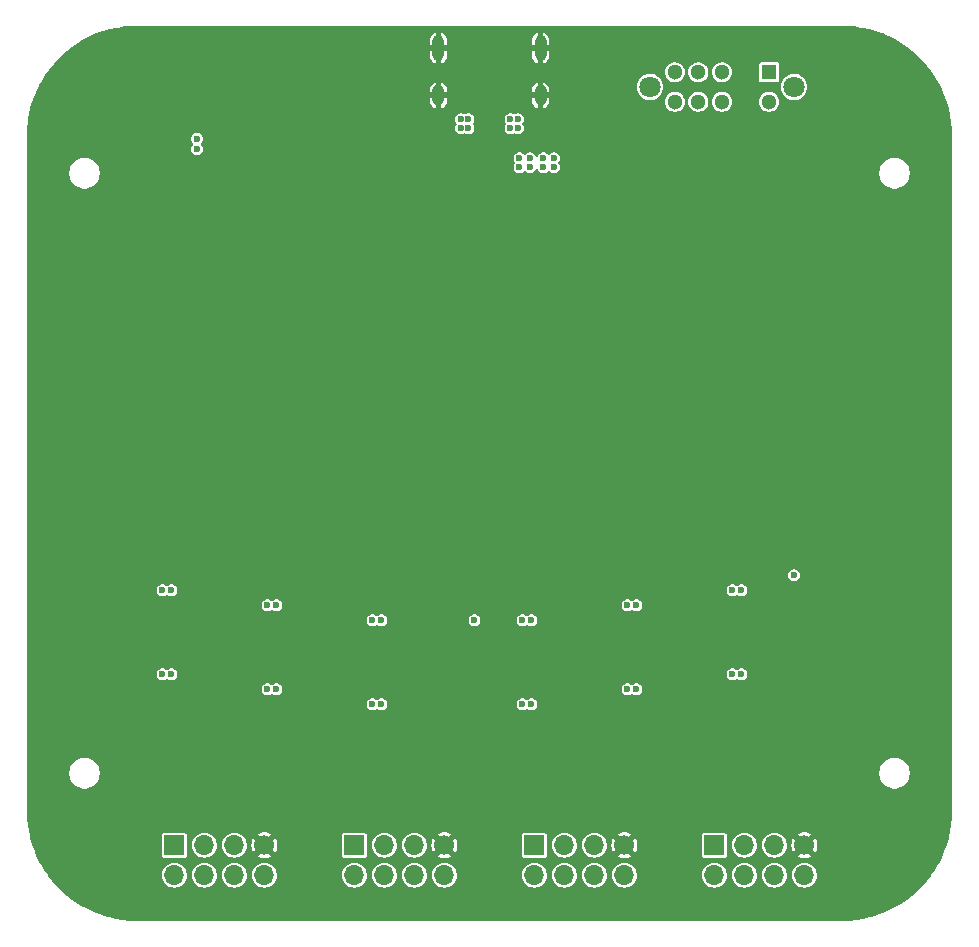
<source format=gbr>
%TF.GenerationSoftware,KiCad,Pcbnew,8.0.6*%
%TF.CreationDate,2024-12-18T16:17:05-08:00*%
%TF.ProjectId,pico-analyzer,7069636f-2d61-46e6-916c-797a65722e6b,1.0*%
%TF.SameCoordinates,Original*%
%TF.FileFunction,Copper,L4,Bot*%
%TF.FilePolarity,Positive*%
%FSLAX46Y46*%
G04 Gerber Fmt 4.6, Leading zero omitted, Abs format (unit mm)*
G04 Created by KiCad (PCBNEW 8.0.6) date 2024-12-18 16:17:05*
%MOMM*%
%LPD*%
G01*
G04 APERTURE LIST*
%TA.AperFunction,ComponentPad*%
%ADD10O,1.000000X1.800000*%
%TD*%
%TA.AperFunction,ComponentPad*%
%ADD11O,1.000000X2.200000*%
%TD*%
%TA.AperFunction,ComponentPad*%
%ADD12R,1.700000X1.700000*%
%TD*%
%TA.AperFunction,ComponentPad*%
%ADD13O,1.700000X1.700000*%
%TD*%
%TA.AperFunction,ComponentPad*%
%ADD14C,1.700000*%
%TD*%
%TA.AperFunction,ComponentPad*%
%ADD15R,1.300000X1.300000*%
%TD*%
%TA.AperFunction,ComponentPad*%
%ADD16C,1.300000*%
%TD*%
%TA.AperFunction,ComponentPad*%
%ADD17C,1.800000*%
%TD*%
%TA.AperFunction,ViaPad*%
%ADD18C,0.600000*%
%TD*%
G04 APERTURE END LIST*
D10*
%TO.P,J5,S1,SHIELD*%
%TO.N,GND*%
X119890000Y-56901200D03*
D11*
X119890000Y-52901200D03*
D10*
X111250000Y-56901200D03*
D11*
X111250000Y-52901200D03*
%TD*%
D12*
%TO.P,J1,1,Pin_1*%
%TO.N,/Level Translation/C0*%
X88890000Y-120396000D03*
D13*
%TO.P,J1,2,Pin_2*%
%TO.N,/Level Translation/C1*%
X88890000Y-122936000D03*
%TO.P,J1,3,Pin_3*%
%TO.N,/Level Translation/C2*%
X91430000Y-120396000D03*
%TO.P,J1,4,Pin_4*%
%TO.N,/Level Translation/C3*%
X91430000Y-122936000D03*
%TO.P,J1,5,Pin_5*%
%TO.N,/Level Translation/C4*%
X93970000Y-120396000D03*
%TO.P,J1,6,Pin_6*%
%TO.N,/Level Translation/C5*%
X93970000Y-122936000D03*
D14*
%TO.P,J1,7,Pin_7*%
%TO.N,GND*%
X96510000Y-120396000D03*
D13*
%TO.P,J1,8,Pin_8*%
%TO.N,V_{in}*%
X96510000Y-122936000D03*
%TD*%
D12*
%TO.P,J4,1,Pin_1*%
%TO.N,/Level Translation/C18*%
X134610000Y-120396000D03*
D13*
%TO.P,J4,2,Pin_2*%
%TO.N,/Level Translation/C19*%
X134610000Y-122936000D03*
%TO.P,J4,3,Pin_3*%
%TO.N,/Level Translation/C20*%
X137150000Y-120396000D03*
%TO.P,J4,4,Pin_4*%
%TO.N,/Level Translation/C21*%
X137150000Y-122936000D03*
%TO.P,J4,5,Pin_5*%
%TO.N,/Level Translation/C22*%
X139690000Y-120396000D03*
%TO.P,J4,6,Pin_6*%
%TO.N,/Level Translation/C23*%
X139690000Y-122936000D03*
D14*
%TO.P,J4,7,Pin_7*%
%TO.N,GND*%
X142230000Y-120396000D03*
D13*
%TO.P,J4,8,Pin_8*%
%TO.N,V_{in}*%
X142230000Y-122936000D03*
%TD*%
D12*
%TO.P,J2,1,Pin_1*%
%TO.N,/Level Translation/C6*%
X104130000Y-120396000D03*
D13*
%TO.P,J2,2,Pin_2*%
%TO.N,/Level Translation/C7*%
X104130000Y-122936000D03*
%TO.P,J2,3,Pin_3*%
%TO.N,/Level Translation/C8*%
X106670000Y-120396000D03*
%TO.P,J2,4,Pin_4*%
%TO.N,/Level Translation/C9*%
X106670000Y-122936000D03*
%TO.P,J2,5,Pin_5*%
%TO.N,/Level Translation/C10*%
X109210000Y-120396000D03*
%TO.P,J2,6,Pin_6*%
%TO.N,/Level Translation/C11*%
X109210000Y-122936000D03*
D14*
%TO.P,J2,7,Pin_7*%
%TO.N,GND*%
X111750000Y-120396000D03*
D13*
%TO.P,J2,8,Pin_8*%
%TO.N,V_{in}*%
X111750000Y-122936000D03*
%TD*%
D12*
%TO.P,J3,1,Pin_1*%
%TO.N,/Level Translation/C12*%
X119370000Y-120396000D03*
D13*
%TO.P,J3,2,Pin_2*%
%TO.N,/Level Translation/C13*%
X119370000Y-122936000D03*
%TO.P,J3,3,Pin_3*%
%TO.N,/Level Translation/C14*%
X121910000Y-120396000D03*
%TO.P,J3,4,Pin_4*%
%TO.N,/Level Translation/C15*%
X121910000Y-122936000D03*
%TO.P,J3,5,Pin_5*%
%TO.N,/Level Translation/C16*%
X124450000Y-120396000D03*
%TO.P,J3,6,Pin_6*%
%TO.N,/Level Translation/C17*%
X124450000Y-122936000D03*
D14*
%TO.P,J3,7,Pin_7*%
%TO.N,GND*%
X126990000Y-120396000D03*
D13*
%TO.P,J3,8,Pin_8*%
%TO.N,V_{in}*%
X126990000Y-122936000D03*
%TD*%
D15*
%TO.P,SW1,1,1*%
%TO.N,V_{in}*%
X139255000Y-54950000D03*
D16*
%TO.P,SW1,2,2*%
%TO.N,V_{ref}*%
X135255000Y-54950000D03*
%TO.P,SW1,3,3*%
%TO.N,+3V3*%
X133255000Y-54950000D03*
%TO.P,SW1,4,4*%
%TO.N,+5V*%
X131255000Y-54950000D03*
%TO.P,SW1,5,5*%
%TO.N,V_{in}*%
X139255000Y-57450000D03*
%TO.P,SW1,6,6*%
%TO.N,V_{ref}*%
X135255000Y-57450000D03*
%TO.P,SW1,7,7*%
%TO.N,+3V3*%
X133255000Y-57450000D03*
%TO.P,SW1,8,8*%
%TO.N,+5V*%
X131255000Y-57450000D03*
D17*
%TO.P,SW1,MH1*%
%TO.N,N/C*%
X141355000Y-56200000D03*
%TO.P,SW1,MH2*%
X129155000Y-56200000D03*
%TD*%
D18*
%TO.N,+5V*%
X117348000Y-58928000D03*
X120142000Y-62230000D03*
X113157000Y-59690000D03*
X113792000Y-58928000D03*
X113157000Y-58928000D03*
X117983000Y-59690000D03*
X113792000Y-59690000D03*
X120142000Y-62992000D03*
X90805000Y-60579000D03*
X117348000Y-59690000D03*
X117983000Y-58928000D03*
X90805000Y-61468000D03*
X121031000Y-62230000D03*
X121031000Y-62992000D03*
%TO.N,GND*%
X112014000Y-108204000D03*
X104140000Y-101346000D03*
X90805000Y-64389000D03*
X112141000Y-58928000D03*
X111379000Y-58928000D03*
X120523000Y-59690000D03*
X104140000Y-106426000D03*
X110617000Y-59690000D03*
X134620000Y-100838000D03*
X94234000Y-105664000D03*
X134620000Y-98806000D03*
X112141000Y-59690000D03*
X142494000Y-105664000D03*
X87249000Y-64389000D03*
X95250000Y-102108000D03*
X110617000Y-58928000D03*
X133604000Y-105918000D03*
X133604000Y-106934000D03*
X86233000Y-64389000D03*
X120523000Y-58928000D03*
X124079000Y-62230000D03*
X119761000Y-59690000D03*
X95250000Y-107188000D03*
X86360000Y-98806000D03*
X103124000Y-105918000D03*
X95250000Y-100076000D03*
X104140000Y-103378000D03*
X111379000Y-59690000D03*
X86360000Y-100838000D03*
X124079000Y-62992000D03*
X103124000Y-106934000D03*
X90805000Y-62738000D03*
X124714000Y-108204000D03*
X134620000Y-105918000D03*
X116840000Y-106426000D03*
X116840000Y-108458000D03*
X124714000Y-107188000D03*
X94234000Y-104648000D03*
X125730000Y-105156000D03*
X118999000Y-59690000D03*
X86360000Y-105918000D03*
X125730000Y-100076000D03*
X95250000Y-105156000D03*
X118999000Y-58928000D03*
X86360000Y-103886000D03*
X134620000Y-103886000D03*
X104140000Y-108458000D03*
X124968000Y-62230000D03*
X142494000Y-104648000D03*
X125730000Y-107188000D03*
X112014000Y-107188000D03*
X119761000Y-58928000D03*
X124968000Y-62992000D03*
X125730000Y-102108000D03*
%TO.N,+3V3*%
X88646000Y-98806000D03*
X127254000Y-100076000D03*
X118110000Y-62230000D03*
X105664000Y-101346000D03*
X118110000Y-62992000D03*
X128016000Y-100076000D03*
X118999000Y-62992000D03*
X118999000Y-62230000D03*
X136144000Y-98806000D03*
X106426000Y-101346000D03*
X119126000Y-101346000D03*
X87884000Y-98806000D03*
X97536000Y-100076000D03*
X114300000Y-101346000D03*
X136906000Y-98806000D03*
X141351000Y-97536000D03*
X96774000Y-100076000D03*
X118364000Y-101346000D03*
%TO.N,V_{ref}*%
X136144000Y-105918000D03*
X88646000Y-105918000D03*
X105664000Y-108458000D03*
X128016000Y-107188000D03*
X106426000Y-108458000D03*
X87884000Y-105918000D03*
X118364000Y-108458000D03*
X96774000Y-107188000D03*
X119126000Y-108458000D03*
X127254000Y-107188000D03*
X136906000Y-105918000D03*
X97536000Y-107188000D03*
%TD*%
%TA.AperFunction,Conductor*%
%TO.N,GND*%
G36*
X145416559Y-51000549D02*
G01*
X145997372Y-51018802D01*
X146003579Y-51019192D01*
X146580581Y-51073734D01*
X146586751Y-51074514D01*
X147159168Y-51165176D01*
X147165258Y-51166338D01*
X147730885Y-51292770D01*
X147736893Y-51294313D01*
X148293447Y-51456007D01*
X148299352Y-51457926D01*
X148844657Y-51654247D01*
X148850407Y-51656523D01*
X149351526Y-51873377D01*
X149382325Y-51886705D01*
X149387952Y-51889353D01*
X149904367Y-52152479D01*
X149909783Y-52155458D01*
X150408634Y-52450477D01*
X150413885Y-52453809D01*
X150893230Y-52779572D01*
X150898262Y-52783228D01*
X151356198Y-53138440D01*
X151360990Y-53142404D01*
X151795719Y-53525669D01*
X151800253Y-53529926D01*
X152210073Y-53939746D01*
X152214330Y-53944280D01*
X152597595Y-54379009D01*
X152601559Y-54383801D01*
X152956771Y-54841737D01*
X152960427Y-54846769D01*
X153286190Y-55326114D01*
X153289522Y-55331365D01*
X153562507Y-55792958D01*
X153584532Y-55830199D01*
X153587529Y-55835649D01*
X153850646Y-56352047D01*
X153853294Y-56357674D01*
X154083469Y-56889576D01*
X154085758Y-56895359D01*
X154282071Y-57440642D01*
X154283993Y-57446557D01*
X154445684Y-58003098D01*
X154447231Y-58009122D01*
X154573659Y-58574732D01*
X154574824Y-58580841D01*
X154665485Y-59153248D01*
X154666265Y-59159418D01*
X154720807Y-59736420D01*
X154721197Y-59742627D01*
X154739451Y-60323440D01*
X154739500Y-60326550D01*
X154739500Y-117473449D01*
X154739451Y-117476559D01*
X154721197Y-118057372D01*
X154720807Y-118063579D01*
X154666265Y-118640581D01*
X154665485Y-118646751D01*
X154574824Y-119219158D01*
X154573659Y-119225267D01*
X154447231Y-119790877D01*
X154445684Y-119796901D01*
X154283993Y-120353442D01*
X154282071Y-120359357D01*
X154085758Y-120904640D01*
X154083469Y-120910423D01*
X153853294Y-121442325D01*
X153850646Y-121447952D01*
X153587529Y-121964350D01*
X153584532Y-121969800D01*
X153289522Y-122468634D01*
X153286190Y-122473885D01*
X152960427Y-122953230D01*
X152956771Y-122958262D01*
X152601559Y-123416198D01*
X152597595Y-123420990D01*
X152214330Y-123855719D01*
X152210073Y-123860253D01*
X151800253Y-124270073D01*
X151795719Y-124274330D01*
X151360990Y-124657595D01*
X151356198Y-124661559D01*
X150898262Y-125016771D01*
X150893230Y-125020427D01*
X150413885Y-125346190D01*
X150408634Y-125349522D01*
X149909800Y-125644532D01*
X149904350Y-125647529D01*
X149387952Y-125910646D01*
X149382325Y-125913294D01*
X148850423Y-126143469D01*
X148844640Y-126145758D01*
X148299357Y-126342071D01*
X148293442Y-126343993D01*
X147736901Y-126505684D01*
X147730877Y-126507231D01*
X147165267Y-126633659D01*
X147159158Y-126634824D01*
X146586751Y-126725485D01*
X146580581Y-126726265D01*
X146003579Y-126780807D01*
X145997372Y-126781197D01*
X145416559Y-126799451D01*
X145413449Y-126799500D01*
X85726551Y-126799500D01*
X85723441Y-126799451D01*
X85142627Y-126781197D01*
X85136420Y-126780807D01*
X84559418Y-126726265D01*
X84553248Y-126725485D01*
X83980841Y-126634824D01*
X83974732Y-126633659D01*
X83409122Y-126507231D01*
X83403098Y-126505684D01*
X82846557Y-126343993D01*
X82840642Y-126342071D01*
X82295359Y-126145758D01*
X82289576Y-126143469D01*
X81757674Y-125913294D01*
X81752047Y-125910646D01*
X81235649Y-125647529D01*
X81230199Y-125644532D01*
X81024265Y-125522743D01*
X80731365Y-125349522D01*
X80726114Y-125346190D01*
X80246769Y-125020427D01*
X80241737Y-125016771D01*
X79783801Y-124661559D01*
X79779009Y-124657595D01*
X79344280Y-124274330D01*
X79339746Y-124270073D01*
X78929926Y-123860253D01*
X78925669Y-123855719D01*
X78542404Y-123420990D01*
X78538440Y-123416198D01*
X78183228Y-122958262D01*
X78179572Y-122953230D01*
X78167860Y-122935996D01*
X87834417Y-122935996D01*
X87834417Y-122936003D01*
X87854698Y-123141929D01*
X87854699Y-123141934D01*
X87914768Y-123339954D01*
X88012316Y-123522452D01*
X88143585Y-123682404D01*
X88143590Y-123682410D01*
X88143595Y-123682414D01*
X88303547Y-123813683D01*
X88303548Y-123813683D01*
X88303550Y-123813685D01*
X88486046Y-123911232D01*
X88623997Y-123953078D01*
X88684065Y-123971300D01*
X88684070Y-123971301D01*
X88889997Y-123991583D01*
X88890000Y-123991583D01*
X88890003Y-123991583D01*
X89095929Y-123971301D01*
X89095934Y-123971300D01*
X89293954Y-123911232D01*
X89476450Y-123813685D01*
X89636410Y-123682410D01*
X89767685Y-123522450D01*
X89865232Y-123339954D01*
X89925300Y-123141934D01*
X89925301Y-123141929D01*
X89945583Y-122936003D01*
X89945583Y-122935996D01*
X90374417Y-122935996D01*
X90374417Y-122936003D01*
X90394698Y-123141929D01*
X90394699Y-123141934D01*
X90454768Y-123339954D01*
X90552316Y-123522452D01*
X90683585Y-123682404D01*
X90683590Y-123682410D01*
X90683595Y-123682414D01*
X90843547Y-123813683D01*
X90843548Y-123813683D01*
X90843550Y-123813685D01*
X91026046Y-123911232D01*
X91163997Y-123953078D01*
X91224065Y-123971300D01*
X91224070Y-123971301D01*
X91429997Y-123991583D01*
X91430000Y-123991583D01*
X91430003Y-123991583D01*
X91635929Y-123971301D01*
X91635934Y-123971300D01*
X91833954Y-123911232D01*
X92016450Y-123813685D01*
X92176410Y-123682410D01*
X92307685Y-123522450D01*
X92405232Y-123339954D01*
X92465300Y-123141934D01*
X92465301Y-123141929D01*
X92485583Y-122936003D01*
X92485583Y-122935996D01*
X92914417Y-122935996D01*
X92914417Y-122936003D01*
X92934698Y-123141929D01*
X92934699Y-123141934D01*
X92994768Y-123339954D01*
X93092316Y-123522452D01*
X93223585Y-123682404D01*
X93223590Y-123682410D01*
X93223595Y-123682414D01*
X93383547Y-123813683D01*
X93383548Y-123813683D01*
X93383550Y-123813685D01*
X93566046Y-123911232D01*
X93703997Y-123953078D01*
X93764065Y-123971300D01*
X93764070Y-123971301D01*
X93969997Y-123991583D01*
X93970000Y-123991583D01*
X93970003Y-123991583D01*
X94175929Y-123971301D01*
X94175934Y-123971300D01*
X94373954Y-123911232D01*
X94556450Y-123813685D01*
X94716410Y-123682410D01*
X94847685Y-123522450D01*
X94945232Y-123339954D01*
X95005300Y-123141934D01*
X95005301Y-123141929D01*
X95025583Y-122936003D01*
X95025583Y-122935996D01*
X95454417Y-122935996D01*
X95454417Y-122936003D01*
X95474698Y-123141929D01*
X95474699Y-123141934D01*
X95534768Y-123339954D01*
X95632316Y-123522452D01*
X95763585Y-123682404D01*
X95763590Y-123682410D01*
X95763595Y-123682414D01*
X95923547Y-123813683D01*
X95923548Y-123813683D01*
X95923550Y-123813685D01*
X96106046Y-123911232D01*
X96243997Y-123953078D01*
X96304065Y-123971300D01*
X96304070Y-123971301D01*
X96509997Y-123991583D01*
X96510000Y-123991583D01*
X96510003Y-123991583D01*
X96715929Y-123971301D01*
X96715934Y-123971300D01*
X96913954Y-123911232D01*
X97096450Y-123813685D01*
X97256410Y-123682410D01*
X97387685Y-123522450D01*
X97485232Y-123339954D01*
X97545300Y-123141934D01*
X97545301Y-123141929D01*
X97565583Y-122936003D01*
X97565583Y-122935996D01*
X103074417Y-122935996D01*
X103074417Y-122936003D01*
X103094698Y-123141929D01*
X103094699Y-123141934D01*
X103154768Y-123339954D01*
X103252316Y-123522452D01*
X103383585Y-123682404D01*
X103383590Y-123682410D01*
X103383595Y-123682414D01*
X103543547Y-123813683D01*
X103543548Y-123813683D01*
X103543550Y-123813685D01*
X103726046Y-123911232D01*
X103863997Y-123953078D01*
X103924065Y-123971300D01*
X103924070Y-123971301D01*
X104129997Y-123991583D01*
X104130000Y-123991583D01*
X104130003Y-123991583D01*
X104335929Y-123971301D01*
X104335934Y-123971300D01*
X104533954Y-123911232D01*
X104716450Y-123813685D01*
X104876410Y-123682410D01*
X105007685Y-123522450D01*
X105105232Y-123339954D01*
X105165300Y-123141934D01*
X105165301Y-123141929D01*
X105185583Y-122936003D01*
X105185583Y-122935996D01*
X105614417Y-122935996D01*
X105614417Y-122936003D01*
X105634698Y-123141929D01*
X105634699Y-123141934D01*
X105694768Y-123339954D01*
X105792316Y-123522452D01*
X105923585Y-123682404D01*
X105923590Y-123682410D01*
X105923595Y-123682414D01*
X106083547Y-123813683D01*
X106083548Y-123813683D01*
X106083550Y-123813685D01*
X106266046Y-123911232D01*
X106403997Y-123953078D01*
X106464065Y-123971300D01*
X106464070Y-123971301D01*
X106669997Y-123991583D01*
X106670000Y-123991583D01*
X106670003Y-123991583D01*
X106875929Y-123971301D01*
X106875934Y-123971300D01*
X107073954Y-123911232D01*
X107256450Y-123813685D01*
X107416410Y-123682410D01*
X107547685Y-123522450D01*
X107645232Y-123339954D01*
X107705300Y-123141934D01*
X107705301Y-123141929D01*
X107725583Y-122936003D01*
X107725583Y-122935996D01*
X108154417Y-122935996D01*
X108154417Y-122936003D01*
X108174698Y-123141929D01*
X108174699Y-123141934D01*
X108234768Y-123339954D01*
X108332316Y-123522452D01*
X108463585Y-123682404D01*
X108463590Y-123682410D01*
X108463595Y-123682414D01*
X108623547Y-123813683D01*
X108623548Y-123813683D01*
X108623550Y-123813685D01*
X108806046Y-123911232D01*
X108943997Y-123953078D01*
X109004065Y-123971300D01*
X109004070Y-123971301D01*
X109209997Y-123991583D01*
X109210000Y-123991583D01*
X109210003Y-123991583D01*
X109415929Y-123971301D01*
X109415934Y-123971300D01*
X109613954Y-123911232D01*
X109796450Y-123813685D01*
X109956410Y-123682410D01*
X110087685Y-123522450D01*
X110185232Y-123339954D01*
X110245300Y-123141934D01*
X110245301Y-123141929D01*
X110265583Y-122936003D01*
X110265583Y-122935996D01*
X110694417Y-122935996D01*
X110694417Y-122936003D01*
X110714698Y-123141929D01*
X110714699Y-123141934D01*
X110774768Y-123339954D01*
X110872316Y-123522452D01*
X111003585Y-123682404D01*
X111003590Y-123682410D01*
X111003595Y-123682414D01*
X111163547Y-123813683D01*
X111163548Y-123813683D01*
X111163550Y-123813685D01*
X111346046Y-123911232D01*
X111483997Y-123953078D01*
X111544065Y-123971300D01*
X111544070Y-123971301D01*
X111749997Y-123991583D01*
X111750000Y-123991583D01*
X111750003Y-123991583D01*
X111955929Y-123971301D01*
X111955934Y-123971300D01*
X112153954Y-123911232D01*
X112336450Y-123813685D01*
X112496410Y-123682410D01*
X112627685Y-123522450D01*
X112725232Y-123339954D01*
X112785300Y-123141934D01*
X112785301Y-123141929D01*
X112805583Y-122936003D01*
X112805583Y-122935996D01*
X118314417Y-122935996D01*
X118314417Y-122936003D01*
X118334698Y-123141929D01*
X118334699Y-123141934D01*
X118394768Y-123339954D01*
X118492316Y-123522452D01*
X118623585Y-123682404D01*
X118623590Y-123682410D01*
X118623595Y-123682414D01*
X118783547Y-123813683D01*
X118783548Y-123813683D01*
X118783550Y-123813685D01*
X118966046Y-123911232D01*
X119103997Y-123953078D01*
X119164065Y-123971300D01*
X119164070Y-123971301D01*
X119369997Y-123991583D01*
X119370000Y-123991583D01*
X119370003Y-123991583D01*
X119575929Y-123971301D01*
X119575934Y-123971300D01*
X119773954Y-123911232D01*
X119956450Y-123813685D01*
X120116410Y-123682410D01*
X120247685Y-123522450D01*
X120345232Y-123339954D01*
X120405300Y-123141934D01*
X120405301Y-123141929D01*
X120425583Y-122936003D01*
X120425583Y-122935996D01*
X120854417Y-122935996D01*
X120854417Y-122936003D01*
X120874698Y-123141929D01*
X120874699Y-123141934D01*
X120934768Y-123339954D01*
X121032316Y-123522452D01*
X121163585Y-123682404D01*
X121163590Y-123682410D01*
X121163595Y-123682414D01*
X121323547Y-123813683D01*
X121323548Y-123813683D01*
X121323550Y-123813685D01*
X121506046Y-123911232D01*
X121643997Y-123953078D01*
X121704065Y-123971300D01*
X121704070Y-123971301D01*
X121909997Y-123991583D01*
X121910000Y-123991583D01*
X121910003Y-123991583D01*
X122115929Y-123971301D01*
X122115934Y-123971300D01*
X122313954Y-123911232D01*
X122496450Y-123813685D01*
X122656410Y-123682410D01*
X122787685Y-123522450D01*
X122885232Y-123339954D01*
X122945300Y-123141934D01*
X122945301Y-123141929D01*
X122965583Y-122936003D01*
X122965583Y-122935996D01*
X123394417Y-122935996D01*
X123394417Y-122936003D01*
X123414698Y-123141929D01*
X123414699Y-123141934D01*
X123474768Y-123339954D01*
X123572316Y-123522452D01*
X123703585Y-123682404D01*
X123703590Y-123682410D01*
X123703595Y-123682414D01*
X123863547Y-123813683D01*
X123863548Y-123813683D01*
X123863550Y-123813685D01*
X124046046Y-123911232D01*
X124183997Y-123953078D01*
X124244065Y-123971300D01*
X124244070Y-123971301D01*
X124449997Y-123991583D01*
X124450000Y-123991583D01*
X124450003Y-123991583D01*
X124655929Y-123971301D01*
X124655934Y-123971300D01*
X124853954Y-123911232D01*
X125036450Y-123813685D01*
X125196410Y-123682410D01*
X125327685Y-123522450D01*
X125425232Y-123339954D01*
X125485300Y-123141934D01*
X125485301Y-123141929D01*
X125505583Y-122936003D01*
X125505583Y-122935996D01*
X125934417Y-122935996D01*
X125934417Y-122936003D01*
X125954698Y-123141929D01*
X125954699Y-123141934D01*
X126014768Y-123339954D01*
X126112316Y-123522452D01*
X126243585Y-123682404D01*
X126243590Y-123682410D01*
X126243595Y-123682414D01*
X126403547Y-123813683D01*
X126403548Y-123813683D01*
X126403550Y-123813685D01*
X126586046Y-123911232D01*
X126723997Y-123953078D01*
X126784065Y-123971300D01*
X126784070Y-123971301D01*
X126989997Y-123991583D01*
X126990000Y-123991583D01*
X126990003Y-123991583D01*
X127195929Y-123971301D01*
X127195934Y-123971300D01*
X127393954Y-123911232D01*
X127576450Y-123813685D01*
X127736410Y-123682410D01*
X127867685Y-123522450D01*
X127965232Y-123339954D01*
X128025300Y-123141934D01*
X128025301Y-123141929D01*
X128045583Y-122936003D01*
X128045583Y-122935996D01*
X133554417Y-122935996D01*
X133554417Y-122936003D01*
X133574698Y-123141929D01*
X133574699Y-123141934D01*
X133634768Y-123339954D01*
X133732316Y-123522452D01*
X133863585Y-123682404D01*
X133863590Y-123682410D01*
X133863595Y-123682414D01*
X134023547Y-123813683D01*
X134023548Y-123813683D01*
X134023550Y-123813685D01*
X134206046Y-123911232D01*
X134343997Y-123953078D01*
X134404065Y-123971300D01*
X134404070Y-123971301D01*
X134609997Y-123991583D01*
X134610000Y-123991583D01*
X134610003Y-123991583D01*
X134815929Y-123971301D01*
X134815934Y-123971300D01*
X135013954Y-123911232D01*
X135196450Y-123813685D01*
X135356410Y-123682410D01*
X135487685Y-123522450D01*
X135585232Y-123339954D01*
X135645300Y-123141934D01*
X135645301Y-123141929D01*
X135665583Y-122936003D01*
X135665583Y-122935996D01*
X136094417Y-122935996D01*
X136094417Y-122936003D01*
X136114698Y-123141929D01*
X136114699Y-123141934D01*
X136174768Y-123339954D01*
X136272316Y-123522452D01*
X136403585Y-123682404D01*
X136403590Y-123682410D01*
X136403595Y-123682414D01*
X136563547Y-123813683D01*
X136563548Y-123813683D01*
X136563550Y-123813685D01*
X136746046Y-123911232D01*
X136883997Y-123953078D01*
X136944065Y-123971300D01*
X136944070Y-123971301D01*
X137149997Y-123991583D01*
X137150000Y-123991583D01*
X137150003Y-123991583D01*
X137355929Y-123971301D01*
X137355934Y-123971300D01*
X137553954Y-123911232D01*
X137736450Y-123813685D01*
X137896410Y-123682410D01*
X138027685Y-123522450D01*
X138125232Y-123339954D01*
X138185300Y-123141934D01*
X138185301Y-123141929D01*
X138205583Y-122936003D01*
X138205583Y-122935996D01*
X138634417Y-122935996D01*
X138634417Y-122936003D01*
X138654698Y-123141929D01*
X138654699Y-123141934D01*
X138714768Y-123339954D01*
X138812316Y-123522452D01*
X138943585Y-123682404D01*
X138943590Y-123682410D01*
X138943595Y-123682414D01*
X139103547Y-123813683D01*
X139103548Y-123813683D01*
X139103550Y-123813685D01*
X139286046Y-123911232D01*
X139423997Y-123953078D01*
X139484065Y-123971300D01*
X139484070Y-123971301D01*
X139689997Y-123991583D01*
X139690000Y-123991583D01*
X139690003Y-123991583D01*
X139895929Y-123971301D01*
X139895934Y-123971300D01*
X140093954Y-123911232D01*
X140276450Y-123813685D01*
X140436410Y-123682410D01*
X140567685Y-123522450D01*
X140665232Y-123339954D01*
X140725300Y-123141934D01*
X140725301Y-123141929D01*
X140745583Y-122936003D01*
X140745583Y-122935996D01*
X141174417Y-122935996D01*
X141174417Y-122936003D01*
X141194698Y-123141929D01*
X141194699Y-123141934D01*
X141254768Y-123339954D01*
X141352316Y-123522452D01*
X141483585Y-123682404D01*
X141483590Y-123682410D01*
X141483595Y-123682414D01*
X141643547Y-123813683D01*
X141643548Y-123813683D01*
X141643550Y-123813685D01*
X141826046Y-123911232D01*
X141963997Y-123953078D01*
X142024065Y-123971300D01*
X142024070Y-123971301D01*
X142229997Y-123991583D01*
X142230000Y-123991583D01*
X142230003Y-123991583D01*
X142435929Y-123971301D01*
X142435934Y-123971300D01*
X142633954Y-123911232D01*
X142816450Y-123813685D01*
X142976410Y-123682410D01*
X143107685Y-123522450D01*
X143205232Y-123339954D01*
X143265300Y-123141934D01*
X143265301Y-123141929D01*
X143285583Y-122936003D01*
X143285583Y-122935996D01*
X143265301Y-122730070D01*
X143265300Y-122730065D01*
X143247078Y-122669997D01*
X143205232Y-122532046D01*
X143107685Y-122349550D01*
X142976410Y-122189590D01*
X142976404Y-122189585D01*
X142816452Y-122058316D01*
X142633954Y-121960768D01*
X142435934Y-121900699D01*
X142435929Y-121900698D01*
X142230003Y-121880417D01*
X142229997Y-121880417D01*
X142024070Y-121900698D01*
X142024065Y-121900699D01*
X141826045Y-121960768D01*
X141643547Y-122058316D01*
X141483595Y-122189585D01*
X141483585Y-122189595D01*
X141352316Y-122349547D01*
X141254768Y-122532045D01*
X141194699Y-122730065D01*
X141194698Y-122730070D01*
X141174417Y-122935996D01*
X140745583Y-122935996D01*
X140725301Y-122730070D01*
X140725300Y-122730065D01*
X140707078Y-122669997D01*
X140665232Y-122532046D01*
X140567685Y-122349550D01*
X140436410Y-122189590D01*
X140436404Y-122189585D01*
X140276452Y-122058316D01*
X140093954Y-121960768D01*
X139895934Y-121900699D01*
X139895929Y-121900698D01*
X139690003Y-121880417D01*
X139689997Y-121880417D01*
X139484070Y-121900698D01*
X139484065Y-121900699D01*
X139286045Y-121960768D01*
X139103547Y-122058316D01*
X138943595Y-122189585D01*
X138943585Y-122189595D01*
X138812316Y-122349547D01*
X138714768Y-122532045D01*
X138654699Y-122730065D01*
X138654698Y-122730070D01*
X138634417Y-122935996D01*
X138205583Y-122935996D01*
X138185301Y-122730070D01*
X138185300Y-122730065D01*
X138167078Y-122669997D01*
X138125232Y-122532046D01*
X138027685Y-122349550D01*
X137896410Y-122189590D01*
X137896404Y-122189585D01*
X137736452Y-122058316D01*
X137553954Y-121960768D01*
X137355934Y-121900699D01*
X137355929Y-121900698D01*
X137150003Y-121880417D01*
X137149997Y-121880417D01*
X136944070Y-121900698D01*
X136944065Y-121900699D01*
X136746045Y-121960768D01*
X136563547Y-122058316D01*
X136403595Y-122189585D01*
X136403585Y-122189595D01*
X136272316Y-122349547D01*
X136174768Y-122532045D01*
X136114699Y-122730065D01*
X136114698Y-122730070D01*
X136094417Y-122935996D01*
X135665583Y-122935996D01*
X135645301Y-122730070D01*
X135645300Y-122730065D01*
X135627078Y-122669997D01*
X135585232Y-122532046D01*
X135487685Y-122349550D01*
X135356410Y-122189590D01*
X135356404Y-122189585D01*
X135196452Y-122058316D01*
X135013954Y-121960768D01*
X134815934Y-121900699D01*
X134815929Y-121900698D01*
X134610003Y-121880417D01*
X134609997Y-121880417D01*
X134404070Y-121900698D01*
X134404065Y-121900699D01*
X134206045Y-121960768D01*
X134023547Y-122058316D01*
X133863595Y-122189585D01*
X133863585Y-122189595D01*
X133732316Y-122349547D01*
X133634768Y-122532045D01*
X133574699Y-122730065D01*
X133574698Y-122730070D01*
X133554417Y-122935996D01*
X128045583Y-122935996D01*
X128025301Y-122730070D01*
X128025300Y-122730065D01*
X128007078Y-122669997D01*
X127965232Y-122532046D01*
X127867685Y-122349550D01*
X127736410Y-122189590D01*
X127736404Y-122189585D01*
X127576452Y-122058316D01*
X127393954Y-121960768D01*
X127195934Y-121900699D01*
X127195929Y-121900698D01*
X126990003Y-121880417D01*
X126989997Y-121880417D01*
X126784070Y-121900698D01*
X126784065Y-121900699D01*
X126586045Y-121960768D01*
X126403547Y-122058316D01*
X126243595Y-122189585D01*
X126243585Y-122189595D01*
X126112316Y-122349547D01*
X126014768Y-122532045D01*
X125954699Y-122730065D01*
X125954698Y-122730070D01*
X125934417Y-122935996D01*
X125505583Y-122935996D01*
X125485301Y-122730070D01*
X125485300Y-122730065D01*
X125467078Y-122669997D01*
X125425232Y-122532046D01*
X125327685Y-122349550D01*
X125196410Y-122189590D01*
X125196404Y-122189585D01*
X125036452Y-122058316D01*
X124853954Y-121960768D01*
X124655934Y-121900699D01*
X124655929Y-121900698D01*
X124450003Y-121880417D01*
X124449997Y-121880417D01*
X124244070Y-121900698D01*
X124244065Y-121900699D01*
X124046045Y-121960768D01*
X123863547Y-122058316D01*
X123703595Y-122189585D01*
X123703585Y-122189595D01*
X123572316Y-122349547D01*
X123474768Y-122532045D01*
X123414699Y-122730065D01*
X123414698Y-122730070D01*
X123394417Y-122935996D01*
X122965583Y-122935996D01*
X122945301Y-122730070D01*
X122945300Y-122730065D01*
X122927078Y-122669997D01*
X122885232Y-122532046D01*
X122787685Y-122349550D01*
X122656410Y-122189590D01*
X122656404Y-122189585D01*
X122496452Y-122058316D01*
X122313954Y-121960768D01*
X122115934Y-121900699D01*
X122115929Y-121900698D01*
X121910003Y-121880417D01*
X121909997Y-121880417D01*
X121704070Y-121900698D01*
X121704065Y-121900699D01*
X121506045Y-121960768D01*
X121323547Y-122058316D01*
X121163595Y-122189585D01*
X121163585Y-122189595D01*
X121032316Y-122349547D01*
X120934768Y-122532045D01*
X120874699Y-122730065D01*
X120874698Y-122730070D01*
X120854417Y-122935996D01*
X120425583Y-122935996D01*
X120405301Y-122730070D01*
X120405300Y-122730065D01*
X120387078Y-122669997D01*
X120345232Y-122532046D01*
X120247685Y-122349550D01*
X120116410Y-122189590D01*
X120116404Y-122189585D01*
X119956452Y-122058316D01*
X119773954Y-121960768D01*
X119575934Y-121900699D01*
X119575929Y-121900698D01*
X119370003Y-121880417D01*
X119369997Y-121880417D01*
X119164070Y-121900698D01*
X119164065Y-121900699D01*
X118966045Y-121960768D01*
X118783547Y-122058316D01*
X118623595Y-122189585D01*
X118623585Y-122189595D01*
X118492316Y-122349547D01*
X118394768Y-122532045D01*
X118334699Y-122730065D01*
X118334698Y-122730070D01*
X118314417Y-122935996D01*
X112805583Y-122935996D01*
X112785301Y-122730070D01*
X112785300Y-122730065D01*
X112767078Y-122669997D01*
X112725232Y-122532046D01*
X112627685Y-122349550D01*
X112496410Y-122189590D01*
X112496404Y-122189585D01*
X112336452Y-122058316D01*
X112153954Y-121960768D01*
X111955934Y-121900699D01*
X111955929Y-121900698D01*
X111750003Y-121880417D01*
X111749997Y-121880417D01*
X111544070Y-121900698D01*
X111544065Y-121900699D01*
X111346045Y-121960768D01*
X111163547Y-122058316D01*
X111003595Y-122189585D01*
X111003585Y-122189595D01*
X110872316Y-122349547D01*
X110774768Y-122532045D01*
X110714699Y-122730065D01*
X110714698Y-122730070D01*
X110694417Y-122935996D01*
X110265583Y-122935996D01*
X110245301Y-122730070D01*
X110245300Y-122730065D01*
X110227078Y-122669997D01*
X110185232Y-122532046D01*
X110087685Y-122349550D01*
X109956410Y-122189590D01*
X109956404Y-122189585D01*
X109796452Y-122058316D01*
X109613954Y-121960768D01*
X109415934Y-121900699D01*
X109415929Y-121900698D01*
X109210003Y-121880417D01*
X109209997Y-121880417D01*
X109004070Y-121900698D01*
X109004065Y-121900699D01*
X108806045Y-121960768D01*
X108623547Y-122058316D01*
X108463595Y-122189585D01*
X108463585Y-122189595D01*
X108332316Y-122349547D01*
X108234768Y-122532045D01*
X108174699Y-122730065D01*
X108174698Y-122730070D01*
X108154417Y-122935996D01*
X107725583Y-122935996D01*
X107705301Y-122730070D01*
X107705300Y-122730065D01*
X107687078Y-122669997D01*
X107645232Y-122532046D01*
X107547685Y-122349550D01*
X107416410Y-122189590D01*
X107416404Y-122189585D01*
X107256452Y-122058316D01*
X107073954Y-121960768D01*
X106875934Y-121900699D01*
X106875929Y-121900698D01*
X106670003Y-121880417D01*
X106669997Y-121880417D01*
X106464070Y-121900698D01*
X106464065Y-121900699D01*
X106266045Y-121960768D01*
X106083547Y-122058316D01*
X105923595Y-122189585D01*
X105923585Y-122189595D01*
X105792316Y-122349547D01*
X105694768Y-122532045D01*
X105634699Y-122730065D01*
X105634698Y-122730070D01*
X105614417Y-122935996D01*
X105185583Y-122935996D01*
X105165301Y-122730070D01*
X105165300Y-122730065D01*
X105147078Y-122669997D01*
X105105232Y-122532046D01*
X105007685Y-122349550D01*
X104876410Y-122189590D01*
X104876404Y-122189585D01*
X104716452Y-122058316D01*
X104533954Y-121960768D01*
X104335934Y-121900699D01*
X104335929Y-121900698D01*
X104130003Y-121880417D01*
X104129997Y-121880417D01*
X103924070Y-121900698D01*
X103924065Y-121900699D01*
X103726045Y-121960768D01*
X103543547Y-122058316D01*
X103383595Y-122189585D01*
X103383585Y-122189595D01*
X103252316Y-122349547D01*
X103154768Y-122532045D01*
X103094699Y-122730065D01*
X103094698Y-122730070D01*
X103074417Y-122935996D01*
X97565583Y-122935996D01*
X97545301Y-122730070D01*
X97545300Y-122730065D01*
X97527078Y-122669997D01*
X97485232Y-122532046D01*
X97387685Y-122349550D01*
X97256410Y-122189590D01*
X97256404Y-122189585D01*
X97096452Y-122058316D01*
X96913954Y-121960768D01*
X96715934Y-121900699D01*
X96715929Y-121900698D01*
X96510003Y-121880417D01*
X96509997Y-121880417D01*
X96304070Y-121900698D01*
X96304065Y-121900699D01*
X96106045Y-121960768D01*
X95923547Y-122058316D01*
X95763595Y-122189585D01*
X95763585Y-122189595D01*
X95632316Y-122349547D01*
X95534768Y-122532045D01*
X95474699Y-122730065D01*
X95474698Y-122730070D01*
X95454417Y-122935996D01*
X95025583Y-122935996D01*
X95005301Y-122730070D01*
X95005300Y-122730065D01*
X94987078Y-122669997D01*
X94945232Y-122532046D01*
X94847685Y-122349550D01*
X94716410Y-122189590D01*
X94716404Y-122189585D01*
X94556452Y-122058316D01*
X94373954Y-121960768D01*
X94175934Y-121900699D01*
X94175929Y-121900698D01*
X93970003Y-121880417D01*
X93969997Y-121880417D01*
X93764070Y-121900698D01*
X93764065Y-121900699D01*
X93566045Y-121960768D01*
X93383547Y-122058316D01*
X93223595Y-122189585D01*
X93223585Y-122189595D01*
X93092316Y-122349547D01*
X92994768Y-122532045D01*
X92934699Y-122730065D01*
X92934698Y-122730070D01*
X92914417Y-122935996D01*
X92485583Y-122935996D01*
X92465301Y-122730070D01*
X92465300Y-122730065D01*
X92447078Y-122669997D01*
X92405232Y-122532046D01*
X92307685Y-122349550D01*
X92176410Y-122189590D01*
X92176404Y-122189585D01*
X92016452Y-122058316D01*
X91833954Y-121960768D01*
X91635934Y-121900699D01*
X91635929Y-121900698D01*
X91430003Y-121880417D01*
X91429997Y-121880417D01*
X91224070Y-121900698D01*
X91224065Y-121900699D01*
X91026045Y-121960768D01*
X90843547Y-122058316D01*
X90683595Y-122189585D01*
X90683585Y-122189595D01*
X90552316Y-122349547D01*
X90454768Y-122532045D01*
X90394699Y-122730065D01*
X90394698Y-122730070D01*
X90374417Y-122935996D01*
X89945583Y-122935996D01*
X89925301Y-122730070D01*
X89925300Y-122730065D01*
X89907078Y-122669997D01*
X89865232Y-122532046D01*
X89767685Y-122349550D01*
X89636410Y-122189590D01*
X89636404Y-122189585D01*
X89476452Y-122058316D01*
X89293954Y-121960768D01*
X89095934Y-121900699D01*
X89095929Y-121900698D01*
X88890003Y-121880417D01*
X88889997Y-121880417D01*
X88684070Y-121900698D01*
X88684065Y-121900699D01*
X88486045Y-121960768D01*
X88303547Y-122058316D01*
X88143595Y-122189585D01*
X88143585Y-122189595D01*
X88012316Y-122349547D01*
X87914768Y-122532045D01*
X87854699Y-122730065D01*
X87854698Y-122730070D01*
X87834417Y-122935996D01*
X78167860Y-122935996D01*
X77853809Y-122473885D01*
X77850477Y-122468634D01*
X77685448Y-122189585D01*
X77555458Y-121969783D01*
X77552479Y-121964367D01*
X77289353Y-121447952D01*
X77286705Y-121442325D01*
X77213727Y-121273683D01*
X77056523Y-120910407D01*
X77054247Y-120904657D01*
X76857926Y-120359352D01*
X76856006Y-120353442D01*
X76849246Y-120330174D01*
X76694313Y-119796893D01*
X76692768Y-119790877D01*
X76633618Y-119526253D01*
X87839500Y-119526253D01*
X87839500Y-121265746D01*
X87839501Y-121265758D01*
X87851132Y-121324227D01*
X87851134Y-121324233D01*
X87891668Y-121384895D01*
X87895448Y-121390552D01*
X87961769Y-121434867D01*
X87999263Y-121442325D01*
X88020241Y-121446498D01*
X88020246Y-121446498D01*
X88020252Y-121446500D01*
X88020253Y-121446500D01*
X89759747Y-121446500D01*
X89759748Y-121446500D01*
X89818231Y-121434867D01*
X89884552Y-121390552D01*
X89928867Y-121324231D01*
X89940500Y-121265748D01*
X89940500Y-120395996D01*
X90374417Y-120395996D01*
X90374417Y-120396003D01*
X90394698Y-120601929D01*
X90394699Y-120601934D01*
X90454768Y-120799954D01*
X90552316Y-120982452D01*
X90683585Y-121142404D01*
X90683590Y-121142410D01*
X90683595Y-121142414D01*
X90843547Y-121273683D01*
X90843548Y-121273683D01*
X90843550Y-121273685D01*
X91026046Y-121371232D01*
X91163997Y-121413078D01*
X91224065Y-121431300D01*
X91224070Y-121431301D01*
X91429997Y-121451583D01*
X91430000Y-121451583D01*
X91430003Y-121451583D01*
X91635929Y-121431301D01*
X91635934Y-121431300D01*
X91833954Y-121371232D01*
X92016450Y-121273685D01*
X92176410Y-121142410D01*
X92307685Y-120982450D01*
X92405232Y-120799954D01*
X92465300Y-120601934D01*
X92465301Y-120601929D01*
X92485583Y-120396003D01*
X92485583Y-120395996D01*
X92914417Y-120395996D01*
X92914417Y-120396003D01*
X92934698Y-120601929D01*
X92934699Y-120601934D01*
X92994768Y-120799954D01*
X93092316Y-120982452D01*
X93223585Y-121142404D01*
X93223590Y-121142410D01*
X93223595Y-121142414D01*
X93383547Y-121273683D01*
X93383548Y-121273683D01*
X93383550Y-121273685D01*
X93566046Y-121371232D01*
X93703997Y-121413078D01*
X93764065Y-121431300D01*
X93764070Y-121431301D01*
X93969997Y-121451583D01*
X93970000Y-121451583D01*
X93970003Y-121451583D01*
X94175929Y-121431301D01*
X94175934Y-121431300D01*
X94373954Y-121371232D01*
X94556450Y-121273685D01*
X94716410Y-121142410D01*
X94847685Y-120982450D01*
X94945232Y-120799954D01*
X95005300Y-120601934D01*
X95005301Y-120601929D01*
X95025583Y-120396003D01*
X95025583Y-120396000D01*
X95405287Y-120396000D01*
X95424097Y-120598989D01*
X95479887Y-120795070D01*
X95570751Y-120977551D01*
X95572532Y-120979911D01*
X96027036Y-120525406D01*
X96044075Y-120588993D01*
X96109901Y-120703007D01*
X96202993Y-120796099D01*
X96317007Y-120861925D01*
X96380590Y-120878962D01*
X95929312Y-121330241D01*
X96017581Y-121384895D01*
X96017586Y-121384898D01*
X96207683Y-121458541D01*
X96408070Y-121496000D01*
X96611930Y-121496000D01*
X96812316Y-121458541D01*
X97002415Y-121384897D01*
X97002416Y-121384897D01*
X97090686Y-121330241D01*
X96639407Y-120878962D01*
X96702993Y-120861925D01*
X96817007Y-120796099D01*
X96910099Y-120703007D01*
X96975925Y-120588993D01*
X96992962Y-120525407D01*
X97447466Y-120979911D01*
X97449245Y-120977556D01*
X97449249Y-120977549D01*
X97540112Y-120795070D01*
X97595902Y-120598989D01*
X97614712Y-120396000D01*
X97595902Y-120193010D01*
X97540112Y-119996929D01*
X97449249Y-119814450D01*
X97449244Y-119814441D01*
X97447466Y-119812087D01*
X96992962Y-120266590D01*
X96975925Y-120203007D01*
X96910099Y-120088993D01*
X96817007Y-119995901D01*
X96702993Y-119930075D01*
X96639406Y-119913036D01*
X97026190Y-119526253D01*
X103079500Y-119526253D01*
X103079500Y-121265746D01*
X103079501Y-121265758D01*
X103091132Y-121324227D01*
X103091134Y-121324233D01*
X103131668Y-121384895D01*
X103135448Y-121390552D01*
X103201769Y-121434867D01*
X103239263Y-121442325D01*
X103260241Y-121446498D01*
X103260246Y-121446498D01*
X103260252Y-121446500D01*
X103260253Y-121446500D01*
X104999747Y-121446500D01*
X104999748Y-121446500D01*
X105058231Y-121434867D01*
X105124552Y-121390552D01*
X105168867Y-121324231D01*
X105180500Y-121265748D01*
X105180500Y-120395996D01*
X105614417Y-120395996D01*
X105614417Y-120396003D01*
X105634698Y-120601929D01*
X105634699Y-120601934D01*
X105694768Y-120799954D01*
X105792316Y-120982452D01*
X105923585Y-121142404D01*
X105923590Y-121142410D01*
X105923595Y-121142414D01*
X106083547Y-121273683D01*
X106083548Y-121273683D01*
X106083550Y-121273685D01*
X106266046Y-121371232D01*
X106403997Y-121413078D01*
X106464065Y-121431300D01*
X106464070Y-121431301D01*
X106669997Y-121451583D01*
X106670000Y-121451583D01*
X106670003Y-121451583D01*
X106875929Y-121431301D01*
X106875934Y-121431300D01*
X107073954Y-121371232D01*
X107256450Y-121273685D01*
X107416410Y-121142410D01*
X107547685Y-120982450D01*
X107645232Y-120799954D01*
X107705300Y-120601934D01*
X107705301Y-120601929D01*
X107725583Y-120396003D01*
X107725583Y-120395996D01*
X108154417Y-120395996D01*
X108154417Y-120396003D01*
X108174698Y-120601929D01*
X108174699Y-120601934D01*
X108234768Y-120799954D01*
X108332316Y-120982452D01*
X108463585Y-121142404D01*
X108463590Y-121142410D01*
X108463595Y-121142414D01*
X108623547Y-121273683D01*
X108623548Y-121273683D01*
X108623550Y-121273685D01*
X108806046Y-121371232D01*
X108943997Y-121413078D01*
X109004065Y-121431300D01*
X109004070Y-121431301D01*
X109209997Y-121451583D01*
X109210000Y-121451583D01*
X109210003Y-121451583D01*
X109415929Y-121431301D01*
X109415934Y-121431300D01*
X109613954Y-121371232D01*
X109796450Y-121273685D01*
X109956410Y-121142410D01*
X110087685Y-120982450D01*
X110185232Y-120799954D01*
X110245300Y-120601934D01*
X110245301Y-120601929D01*
X110265583Y-120396003D01*
X110265583Y-120396000D01*
X110645287Y-120396000D01*
X110664097Y-120598989D01*
X110719887Y-120795070D01*
X110810751Y-120977551D01*
X110812532Y-120979911D01*
X111267036Y-120525406D01*
X111284075Y-120588993D01*
X111349901Y-120703007D01*
X111442993Y-120796099D01*
X111557007Y-120861925D01*
X111620590Y-120878962D01*
X111169312Y-121330241D01*
X111257581Y-121384895D01*
X111257586Y-121384898D01*
X111447683Y-121458541D01*
X111648070Y-121496000D01*
X111851930Y-121496000D01*
X112052316Y-121458541D01*
X112242415Y-121384897D01*
X112242416Y-121384897D01*
X112330686Y-121330241D01*
X111879407Y-120878962D01*
X111942993Y-120861925D01*
X112057007Y-120796099D01*
X112150099Y-120703007D01*
X112215925Y-120588993D01*
X112232962Y-120525407D01*
X112687466Y-120979911D01*
X112689245Y-120977556D01*
X112689249Y-120977549D01*
X112780112Y-120795070D01*
X112835902Y-120598989D01*
X112854712Y-120396000D01*
X112835902Y-120193010D01*
X112780112Y-119996929D01*
X112689249Y-119814450D01*
X112689244Y-119814441D01*
X112687466Y-119812087D01*
X112232962Y-120266590D01*
X112215925Y-120203007D01*
X112150099Y-120088993D01*
X112057007Y-119995901D01*
X111942993Y-119930075D01*
X111879406Y-119913036D01*
X112266190Y-119526253D01*
X118319500Y-119526253D01*
X118319500Y-121265746D01*
X118319501Y-121265758D01*
X118331132Y-121324227D01*
X118331134Y-121324233D01*
X118371668Y-121384895D01*
X118375448Y-121390552D01*
X118441769Y-121434867D01*
X118479263Y-121442325D01*
X118500241Y-121446498D01*
X118500246Y-121446498D01*
X118500252Y-121446500D01*
X118500253Y-121446500D01*
X120239747Y-121446500D01*
X120239748Y-121446500D01*
X120298231Y-121434867D01*
X120364552Y-121390552D01*
X120408867Y-121324231D01*
X120420500Y-121265748D01*
X120420500Y-120395996D01*
X120854417Y-120395996D01*
X120854417Y-120396003D01*
X120874698Y-120601929D01*
X120874699Y-120601934D01*
X120934768Y-120799954D01*
X121032316Y-120982452D01*
X121163585Y-121142404D01*
X121163590Y-121142410D01*
X121163595Y-121142414D01*
X121323547Y-121273683D01*
X121323548Y-121273683D01*
X121323550Y-121273685D01*
X121506046Y-121371232D01*
X121643997Y-121413078D01*
X121704065Y-121431300D01*
X121704070Y-121431301D01*
X121909997Y-121451583D01*
X121910000Y-121451583D01*
X121910003Y-121451583D01*
X122115929Y-121431301D01*
X122115934Y-121431300D01*
X122313954Y-121371232D01*
X122496450Y-121273685D01*
X122656410Y-121142410D01*
X122787685Y-120982450D01*
X122885232Y-120799954D01*
X122945300Y-120601934D01*
X122945301Y-120601929D01*
X122965583Y-120396003D01*
X122965583Y-120395996D01*
X123394417Y-120395996D01*
X123394417Y-120396003D01*
X123414698Y-120601929D01*
X123414699Y-120601934D01*
X123474768Y-120799954D01*
X123572316Y-120982452D01*
X123703585Y-121142404D01*
X123703590Y-121142410D01*
X123703595Y-121142414D01*
X123863547Y-121273683D01*
X123863548Y-121273683D01*
X123863550Y-121273685D01*
X124046046Y-121371232D01*
X124183997Y-121413078D01*
X124244065Y-121431300D01*
X124244070Y-121431301D01*
X124449997Y-121451583D01*
X124450000Y-121451583D01*
X124450003Y-121451583D01*
X124655929Y-121431301D01*
X124655934Y-121431300D01*
X124853954Y-121371232D01*
X125036450Y-121273685D01*
X125196410Y-121142410D01*
X125327685Y-120982450D01*
X125425232Y-120799954D01*
X125485300Y-120601934D01*
X125485301Y-120601929D01*
X125505583Y-120396003D01*
X125505583Y-120396000D01*
X125885287Y-120396000D01*
X125904097Y-120598989D01*
X125959887Y-120795070D01*
X126050751Y-120977551D01*
X126052532Y-120979911D01*
X126507036Y-120525406D01*
X126524075Y-120588993D01*
X126589901Y-120703007D01*
X126682993Y-120796099D01*
X126797007Y-120861925D01*
X126860590Y-120878962D01*
X126409312Y-121330241D01*
X126497581Y-121384895D01*
X126497586Y-121384898D01*
X126687683Y-121458541D01*
X126888070Y-121496000D01*
X127091930Y-121496000D01*
X127292316Y-121458541D01*
X127482415Y-121384897D01*
X127482416Y-121384897D01*
X127570686Y-121330241D01*
X127119407Y-120878962D01*
X127182993Y-120861925D01*
X127297007Y-120796099D01*
X127390099Y-120703007D01*
X127455925Y-120588993D01*
X127472962Y-120525407D01*
X127927466Y-120979911D01*
X127929245Y-120977556D01*
X127929249Y-120977549D01*
X128020112Y-120795070D01*
X128075902Y-120598989D01*
X128094712Y-120396000D01*
X128075902Y-120193010D01*
X128020112Y-119996929D01*
X127929249Y-119814450D01*
X127929244Y-119814441D01*
X127927466Y-119812087D01*
X127472962Y-120266590D01*
X127455925Y-120203007D01*
X127390099Y-120088993D01*
X127297007Y-119995901D01*
X127182993Y-119930075D01*
X127119406Y-119913036D01*
X127506190Y-119526253D01*
X133559500Y-119526253D01*
X133559500Y-121265746D01*
X133559501Y-121265758D01*
X133571132Y-121324227D01*
X133571134Y-121324233D01*
X133611668Y-121384895D01*
X133615448Y-121390552D01*
X133681769Y-121434867D01*
X133719263Y-121442325D01*
X133740241Y-121446498D01*
X133740246Y-121446498D01*
X133740252Y-121446500D01*
X133740253Y-121446500D01*
X135479747Y-121446500D01*
X135479748Y-121446500D01*
X135538231Y-121434867D01*
X135604552Y-121390552D01*
X135648867Y-121324231D01*
X135660500Y-121265748D01*
X135660500Y-120395996D01*
X136094417Y-120395996D01*
X136094417Y-120396003D01*
X136114698Y-120601929D01*
X136114699Y-120601934D01*
X136174768Y-120799954D01*
X136272316Y-120982452D01*
X136403585Y-121142404D01*
X136403590Y-121142410D01*
X136403595Y-121142414D01*
X136563547Y-121273683D01*
X136563548Y-121273683D01*
X136563550Y-121273685D01*
X136746046Y-121371232D01*
X136883997Y-121413078D01*
X136944065Y-121431300D01*
X136944070Y-121431301D01*
X137149997Y-121451583D01*
X137150000Y-121451583D01*
X137150003Y-121451583D01*
X137355929Y-121431301D01*
X137355934Y-121431300D01*
X137553954Y-121371232D01*
X137736450Y-121273685D01*
X137896410Y-121142410D01*
X138027685Y-120982450D01*
X138125232Y-120799954D01*
X138185300Y-120601934D01*
X138185301Y-120601929D01*
X138205583Y-120396003D01*
X138205583Y-120395996D01*
X138634417Y-120395996D01*
X138634417Y-120396003D01*
X138654698Y-120601929D01*
X138654699Y-120601934D01*
X138714768Y-120799954D01*
X138812316Y-120982452D01*
X138943585Y-121142404D01*
X138943590Y-121142410D01*
X138943595Y-121142414D01*
X139103547Y-121273683D01*
X139103548Y-121273683D01*
X139103550Y-121273685D01*
X139286046Y-121371232D01*
X139423997Y-121413078D01*
X139484065Y-121431300D01*
X139484070Y-121431301D01*
X139689997Y-121451583D01*
X139690000Y-121451583D01*
X139690003Y-121451583D01*
X139895929Y-121431301D01*
X139895934Y-121431300D01*
X140093954Y-121371232D01*
X140276450Y-121273685D01*
X140436410Y-121142410D01*
X140567685Y-120982450D01*
X140665232Y-120799954D01*
X140725300Y-120601934D01*
X140725301Y-120601929D01*
X140745583Y-120396003D01*
X140745583Y-120396000D01*
X141125287Y-120396000D01*
X141144097Y-120598989D01*
X141199887Y-120795070D01*
X141290751Y-120977551D01*
X141292532Y-120979911D01*
X141747036Y-120525406D01*
X141764075Y-120588993D01*
X141829901Y-120703007D01*
X141922993Y-120796099D01*
X142037007Y-120861925D01*
X142100590Y-120878962D01*
X141649312Y-121330241D01*
X141737581Y-121384895D01*
X141737586Y-121384898D01*
X141927683Y-121458541D01*
X142128070Y-121496000D01*
X142331930Y-121496000D01*
X142532316Y-121458541D01*
X142722415Y-121384897D01*
X142722416Y-121384897D01*
X142810686Y-121330241D01*
X142359407Y-120878962D01*
X142422993Y-120861925D01*
X142537007Y-120796099D01*
X142630099Y-120703007D01*
X142695925Y-120588993D01*
X142712962Y-120525407D01*
X143167466Y-120979911D01*
X143169245Y-120977556D01*
X143169249Y-120977549D01*
X143260112Y-120795070D01*
X143315902Y-120598989D01*
X143334712Y-120396000D01*
X143315902Y-120193010D01*
X143260112Y-119996929D01*
X143169249Y-119814450D01*
X143169244Y-119814441D01*
X143167466Y-119812087D01*
X142712962Y-120266590D01*
X142695925Y-120203007D01*
X142630099Y-120088993D01*
X142537007Y-119995901D01*
X142422993Y-119930075D01*
X142359406Y-119913036D01*
X142810686Y-119461757D01*
X142722418Y-119407104D01*
X142722413Y-119407101D01*
X142532316Y-119333458D01*
X142331930Y-119296000D01*
X142128070Y-119296000D01*
X141927683Y-119333458D01*
X141737586Y-119407101D01*
X141737584Y-119407102D01*
X141649312Y-119461757D01*
X142100592Y-119913037D01*
X142037007Y-119930075D01*
X141922993Y-119995901D01*
X141829901Y-120088993D01*
X141764075Y-120203007D01*
X141747037Y-120266591D01*
X141292533Y-119812087D01*
X141290753Y-119814445D01*
X141290750Y-119814449D01*
X141199887Y-119996929D01*
X141144097Y-120193010D01*
X141125287Y-120396000D01*
X140745583Y-120396000D01*
X140745583Y-120395996D01*
X140725301Y-120190070D01*
X140725300Y-120190065D01*
X140694640Y-120088993D01*
X140665232Y-119992046D01*
X140567685Y-119809550D01*
X140557304Y-119796901D01*
X140436414Y-119649595D01*
X140436410Y-119649590D01*
X140436404Y-119649585D01*
X140276452Y-119518316D01*
X140093954Y-119420768D01*
X139895934Y-119360699D01*
X139895929Y-119360698D01*
X139690003Y-119340417D01*
X139689997Y-119340417D01*
X139484070Y-119360698D01*
X139484065Y-119360699D01*
X139286045Y-119420768D01*
X139103547Y-119518316D01*
X138943595Y-119649585D01*
X138943585Y-119649595D01*
X138812316Y-119809547D01*
X138714768Y-119992045D01*
X138654699Y-120190065D01*
X138654698Y-120190070D01*
X138634417Y-120395996D01*
X138205583Y-120395996D01*
X138185301Y-120190070D01*
X138185300Y-120190065D01*
X138154640Y-120088993D01*
X138125232Y-119992046D01*
X138027685Y-119809550D01*
X138017304Y-119796901D01*
X137896414Y-119649595D01*
X137896410Y-119649590D01*
X137896404Y-119649585D01*
X137736452Y-119518316D01*
X137553954Y-119420768D01*
X137355934Y-119360699D01*
X137355929Y-119360698D01*
X137150003Y-119340417D01*
X137149997Y-119340417D01*
X136944070Y-119360698D01*
X136944065Y-119360699D01*
X136746045Y-119420768D01*
X136563547Y-119518316D01*
X136403595Y-119649585D01*
X136403585Y-119649595D01*
X136272316Y-119809547D01*
X136174768Y-119992045D01*
X136114699Y-120190065D01*
X136114698Y-120190070D01*
X136094417Y-120395996D01*
X135660500Y-120395996D01*
X135660500Y-119526252D01*
X135658921Y-119518316D01*
X135657711Y-119512231D01*
X135648867Y-119467769D01*
X135604552Y-119401448D01*
X135604548Y-119401445D01*
X135538233Y-119357134D01*
X135538231Y-119357133D01*
X135538228Y-119357132D01*
X135538227Y-119357132D01*
X135479758Y-119345501D01*
X135479748Y-119345500D01*
X133740252Y-119345500D01*
X133740251Y-119345500D01*
X133740241Y-119345501D01*
X133681772Y-119357132D01*
X133681766Y-119357134D01*
X133615451Y-119401445D01*
X133615445Y-119401451D01*
X133571134Y-119467766D01*
X133571132Y-119467772D01*
X133559501Y-119526241D01*
X133559500Y-119526253D01*
X127506190Y-119526253D01*
X127570686Y-119461757D01*
X127482418Y-119407104D01*
X127482413Y-119407101D01*
X127292316Y-119333458D01*
X127091930Y-119296000D01*
X126888070Y-119296000D01*
X126687683Y-119333458D01*
X126497586Y-119407101D01*
X126497584Y-119407102D01*
X126409312Y-119461757D01*
X126860592Y-119913037D01*
X126797007Y-119930075D01*
X126682993Y-119995901D01*
X126589901Y-120088993D01*
X126524075Y-120203007D01*
X126507037Y-120266591D01*
X126052533Y-119812087D01*
X126050753Y-119814445D01*
X126050750Y-119814449D01*
X125959887Y-119996929D01*
X125904097Y-120193010D01*
X125885287Y-120396000D01*
X125505583Y-120396000D01*
X125505583Y-120395996D01*
X125485301Y-120190070D01*
X125485300Y-120190065D01*
X125454640Y-120088993D01*
X125425232Y-119992046D01*
X125327685Y-119809550D01*
X125317304Y-119796901D01*
X125196414Y-119649595D01*
X125196410Y-119649590D01*
X125196404Y-119649585D01*
X125036452Y-119518316D01*
X124853954Y-119420768D01*
X124655934Y-119360699D01*
X124655929Y-119360698D01*
X124450003Y-119340417D01*
X124449997Y-119340417D01*
X124244070Y-119360698D01*
X124244065Y-119360699D01*
X124046045Y-119420768D01*
X123863547Y-119518316D01*
X123703595Y-119649585D01*
X123703585Y-119649595D01*
X123572316Y-119809547D01*
X123474768Y-119992045D01*
X123414699Y-120190065D01*
X123414698Y-120190070D01*
X123394417Y-120395996D01*
X122965583Y-120395996D01*
X122945301Y-120190070D01*
X122945300Y-120190065D01*
X122914640Y-120088993D01*
X122885232Y-119992046D01*
X122787685Y-119809550D01*
X122777304Y-119796901D01*
X122656414Y-119649595D01*
X122656410Y-119649590D01*
X122656404Y-119649585D01*
X122496452Y-119518316D01*
X122313954Y-119420768D01*
X122115934Y-119360699D01*
X122115929Y-119360698D01*
X121910003Y-119340417D01*
X121909997Y-119340417D01*
X121704070Y-119360698D01*
X121704065Y-119360699D01*
X121506045Y-119420768D01*
X121323547Y-119518316D01*
X121163595Y-119649585D01*
X121163585Y-119649595D01*
X121032316Y-119809547D01*
X120934768Y-119992045D01*
X120874699Y-120190065D01*
X120874698Y-120190070D01*
X120854417Y-120395996D01*
X120420500Y-120395996D01*
X120420500Y-119526252D01*
X120418921Y-119518316D01*
X120417711Y-119512231D01*
X120408867Y-119467769D01*
X120364552Y-119401448D01*
X120364548Y-119401445D01*
X120298233Y-119357134D01*
X120298231Y-119357133D01*
X120298228Y-119357132D01*
X120298227Y-119357132D01*
X120239758Y-119345501D01*
X120239748Y-119345500D01*
X118500252Y-119345500D01*
X118500251Y-119345500D01*
X118500241Y-119345501D01*
X118441772Y-119357132D01*
X118441766Y-119357134D01*
X118375451Y-119401445D01*
X118375445Y-119401451D01*
X118331134Y-119467766D01*
X118331132Y-119467772D01*
X118319501Y-119526241D01*
X118319500Y-119526253D01*
X112266190Y-119526253D01*
X112330686Y-119461757D01*
X112242418Y-119407104D01*
X112242413Y-119407101D01*
X112052316Y-119333458D01*
X111851930Y-119296000D01*
X111648070Y-119296000D01*
X111447683Y-119333458D01*
X111257586Y-119407101D01*
X111257584Y-119407102D01*
X111169312Y-119461757D01*
X111620592Y-119913037D01*
X111557007Y-119930075D01*
X111442993Y-119995901D01*
X111349901Y-120088993D01*
X111284075Y-120203007D01*
X111267037Y-120266591D01*
X110812533Y-119812087D01*
X110810753Y-119814445D01*
X110810750Y-119814449D01*
X110719887Y-119996929D01*
X110664097Y-120193010D01*
X110645287Y-120396000D01*
X110265583Y-120396000D01*
X110265583Y-120395996D01*
X110245301Y-120190070D01*
X110245300Y-120190065D01*
X110214640Y-120088993D01*
X110185232Y-119992046D01*
X110087685Y-119809550D01*
X110077304Y-119796901D01*
X109956414Y-119649595D01*
X109956410Y-119649590D01*
X109956404Y-119649585D01*
X109796452Y-119518316D01*
X109613954Y-119420768D01*
X109415934Y-119360699D01*
X109415929Y-119360698D01*
X109210003Y-119340417D01*
X109209997Y-119340417D01*
X109004070Y-119360698D01*
X109004065Y-119360699D01*
X108806045Y-119420768D01*
X108623547Y-119518316D01*
X108463595Y-119649585D01*
X108463585Y-119649595D01*
X108332316Y-119809547D01*
X108234768Y-119992045D01*
X108174699Y-120190065D01*
X108174698Y-120190070D01*
X108154417Y-120395996D01*
X107725583Y-120395996D01*
X107705301Y-120190070D01*
X107705300Y-120190065D01*
X107674640Y-120088993D01*
X107645232Y-119992046D01*
X107547685Y-119809550D01*
X107537304Y-119796901D01*
X107416414Y-119649595D01*
X107416410Y-119649590D01*
X107416404Y-119649585D01*
X107256452Y-119518316D01*
X107073954Y-119420768D01*
X106875934Y-119360699D01*
X106875929Y-119360698D01*
X106670003Y-119340417D01*
X106669997Y-119340417D01*
X106464070Y-119360698D01*
X106464065Y-119360699D01*
X106266045Y-119420768D01*
X106083547Y-119518316D01*
X105923595Y-119649585D01*
X105923585Y-119649595D01*
X105792316Y-119809547D01*
X105694768Y-119992045D01*
X105634699Y-120190065D01*
X105634698Y-120190070D01*
X105614417Y-120395996D01*
X105180500Y-120395996D01*
X105180500Y-119526252D01*
X105178921Y-119518316D01*
X105177711Y-119512231D01*
X105168867Y-119467769D01*
X105124552Y-119401448D01*
X105124548Y-119401445D01*
X105058233Y-119357134D01*
X105058231Y-119357133D01*
X105058228Y-119357132D01*
X105058227Y-119357132D01*
X104999758Y-119345501D01*
X104999748Y-119345500D01*
X103260252Y-119345500D01*
X103260251Y-119345500D01*
X103260241Y-119345501D01*
X103201772Y-119357132D01*
X103201766Y-119357134D01*
X103135451Y-119401445D01*
X103135445Y-119401451D01*
X103091134Y-119467766D01*
X103091132Y-119467772D01*
X103079501Y-119526241D01*
X103079500Y-119526253D01*
X97026190Y-119526253D01*
X97090686Y-119461757D01*
X97002418Y-119407104D01*
X97002413Y-119407101D01*
X96812316Y-119333458D01*
X96611930Y-119296000D01*
X96408070Y-119296000D01*
X96207683Y-119333458D01*
X96017586Y-119407101D01*
X96017584Y-119407102D01*
X95929312Y-119461757D01*
X96380592Y-119913037D01*
X96317007Y-119930075D01*
X96202993Y-119995901D01*
X96109901Y-120088993D01*
X96044075Y-120203007D01*
X96027037Y-120266591D01*
X95572533Y-119812087D01*
X95570753Y-119814445D01*
X95570750Y-119814449D01*
X95479887Y-119996929D01*
X95424097Y-120193010D01*
X95405287Y-120396000D01*
X95025583Y-120396000D01*
X95025583Y-120395996D01*
X95005301Y-120190070D01*
X95005300Y-120190065D01*
X94974640Y-120088993D01*
X94945232Y-119992046D01*
X94847685Y-119809550D01*
X94837304Y-119796901D01*
X94716414Y-119649595D01*
X94716410Y-119649590D01*
X94716404Y-119649585D01*
X94556452Y-119518316D01*
X94373954Y-119420768D01*
X94175934Y-119360699D01*
X94175929Y-119360698D01*
X93970003Y-119340417D01*
X93969997Y-119340417D01*
X93764070Y-119360698D01*
X93764065Y-119360699D01*
X93566045Y-119420768D01*
X93383547Y-119518316D01*
X93223595Y-119649585D01*
X93223585Y-119649595D01*
X93092316Y-119809547D01*
X92994768Y-119992045D01*
X92934699Y-120190065D01*
X92934698Y-120190070D01*
X92914417Y-120395996D01*
X92485583Y-120395996D01*
X92465301Y-120190070D01*
X92465300Y-120190065D01*
X92434640Y-120088993D01*
X92405232Y-119992046D01*
X92307685Y-119809550D01*
X92297304Y-119796901D01*
X92176414Y-119649595D01*
X92176410Y-119649590D01*
X92176404Y-119649585D01*
X92016452Y-119518316D01*
X91833954Y-119420768D01*
X91635934Y-119360699D01*
X91635929Y-119360698D01*
X91430003Y-119340417D01*
X91429997Y-119340417D01*
X91224070Y-119360698D01*
X91224065Y-119360699D01*
X91026045Y-119420768D01*
X90843547Y-119518316D01*
X90683595Y-119649585D01*
X90683585Y-119649595D01*
X90552316Y-119809547D01*
X90454768Y-119992045D01*
X90394699Y-120190065D01*
X90394698Y-120190070D01*
X90374417Y-120395996D01*
X89940500Y-120395996D01*
X89940500Y-119526252D01*
X89938921Y-119518316D01*
X89937711Y-119512231D01*
X89928867Y-119467769D01*
X89884552Y-119401448D01*
X89884548Y-119401445D01*
X89818233Y-119357134D01*
X89818231Y-119357133D01*
X89818228Y-119357132D01*
X89818227Y-119357132D01*
X89759758Y-119345501D01*
X89759748Y-119345500D01*
X88020252Y-119345500D01*
X88020251Y-119345500D01*
X88020241Y-119345501D01*
X87961772Y-119357132D01*
X87961766Y-119357134D01*
X87895451Y-119401445D01*
X87895445Y-119401451D01*
X87851134Y-119467766D01*
X87851132Y-119467772D01*
X87839501Y-119526241D01*
X87839500Y-119526253D01*
X76633618Y-119526253D01*
X76633618Y-119526252D01*
X76566338Y-119225258D01*
X76565175Y-119219158D01*
X76474514Y-118646751D01*
X76473734Y-118640581D01*
X76419192Y-118063579D01*
X76418802Y-118057372D01*
X76400549Y-117476559D01*
X76400500Y-117473449D01*
X76400500Y-114197644D01*
X79979500Y-114197644D01*
X79979500Y-114402355D01*
X80011521Y-114604529D01*
X80074780Y-114799219D01*
X80167712Y-114981609D01*
X80167714Y-114981613D01*
X80288029Y-115147213D01*
X80288031Y-115147215D01*
X80288034Y-115147219D01*
X80432781Y-115291966D01*
X80432784Y-115291968D01*
X80432786Y-115291970D01*
X80598386Y-115412285D01*
X80598390Y-115412287D01*
X80780781Y-115505220D01*
X80975466Y-115568477D01*
X80975467Y-115568477D01*
X80975470Y-115568478D01*
X81177645Y-115600500D01*
X81177648Y-115600500D01*
X81382355Y-115600500D01*
X81584529Y-115568478D01*
X81584530Y-115568477D01*
X81584534Y-115568477D01*
X81779219Y-115505220D01*
X81961610Y-115412287D01*
X82127219Y-115291966D01*
X82271966Y-115147219D01*
X82392287Y-114981610D01*
X82485220Y-114799219D01*
X82548477Y-114604534D01*
X82580500Y-114402352D01*
X82580500Y-114197648D01*
X82580500Y-114197644D01*
X148559500Y-114197644D01*
X148559500Y-114402355D01*
X148591521Y-114604529D01*
X148654780Y-114799219D01*
X148747712Y-114981609D01*
X148747714Y-114981613D01*
X148868029Y-115147213D01*
X148868031Y-115147215D01*
X148868034Y-115147219D01*
X149012781Y-115291966D01*
X149012784Y-115291968D01*
X149012786Y-115291970D01*
X149178386Y-115412285D01*
X149178390Y-115412287D01*
X149360781Y-115505220D01*
X149555466Y-115568477D01*
X149555467Y-115568477D01*
X149555470Y-115568478D01*
X149757645Y-115600500D01*
X149757648Y-115600500D01*
X149962355Y-115600500D01*
X150164529Y-115568478D01*
X150164530Y-115568477D01*
X150164534Y-115568477D01*
X150359219Y-115505220D01*
X150541610Y-115412287D01*
X150707219Y-115291966D01*
X150851966Y-115147219D01*
X150972287Y-114981610D01*
X151065220Y-114799219D01*
X151128477Y-114604534D01*
X151160500Y-114402352D01*
X151160500Y-114197648D01*
X151160500Y-114197644D01*
X151128478Y-113995470D01*
X151128477Y-113995466D01*
X151065220Y-113800781D01*
X150972287Y-113618390D01*
X150972285Y-113618386D01*
X150851970Y-113452786D01*
X150851968Y-113452784D01*
X150851966Y-113452781D01*
X150707219Y-113308034D01*
X150707215Y-113308031D01*
X150707213Y-113308029D01*
X150541613Y-113187714D01*
X150541609Y-113187712D01*
X150359219Y-113094780D01*
X150164529Y-113031521D01*
X149962355Y-112999500D01*
X149962352Y-112999500D01*
X149757648Y-112999500D01*
X149757645Y-112999500D01*
X149555470Y-113031521D01*
X149360780Y-113094780D01*
X149178390Y-113187712D01*
X149178386Y-113187714D01*
X149012786Y-113308029D01*
X148868029Y-113452786D01*
X148747714Y-113618386D01*
X148747712Y-113618390D01*
X148654780Y-113800780D01*
X148591521Y-113995470D01*
X148559500Y-114197644D01*
X82580500Y-114197644D01*
X82548478Y-113995470D01*
X82548477Y-113995466D01*
X82485220Y-113800781D01*
X82392287Y-113618390D01*
X82392285Y-113618386D01*
X82271970Y-113452786D01*
X82271968Y-113452784D01*
X82271966Y-113452781D01*
X82127219Y-113308034D01*
X82127215Y-113308031D01*
X82127213Y-113308029D01*
X81961613Y-113187714D01*
X81961609Y-113187712D01*
X81779219Y-113094780D01*
X81584529Y-113031521D01*
X81382355Y-112999500D01*
X81382352Y-112999500D01*
X81177648Y-112999500D01*
X81177645Y-112999500D01*
X80975470Y-113031521D01*
X80780780Y-113094780D01*
X80598390Y-113187712D01*
X80598386Y-113187714D01*
X80432786Y-113308029D01*
X80288029Y-113452786D01*
X80167714Y-113618386D01*
X80167712Y-113618390D01*
X80074780Y-113800780D01*
X80011521Y-113995470D01*
X79979500Y-114197644D01*
X76400500Y-114197644D01*
X76400500Y-108457997D01*
X105158353Y-108457997D01*
X105158353Y-108458002D01*
X105178834Y-108600456D01*
X105238622Y-108731371D01*
X105238623Y-108731373D01*
X105332872Y-108840143D01*
X105332873Y-108840144D01*
X105336522Y-108842489D01*
X105453947Y-108917953D01*
X105560403Y-108949211D01*
X105592035Y-108958499D01*
X105592036Y-108958499D01*
X105592039Y-108958500D01*
X105592041Y-108958500D01*
X105735959Y-108958500D01*
X105735961Y-108958500D01*
X105874053Y-108917953D01*
X105991478Y-108842488D01*
X106050652Y-108826934D01*
X106098520Y-108842487D01*
X106215947Y-108917953D01*
X106322403Y-108949211D01*
X106354035Y-108958499D01*
X106354036Y-108958499D01*
X106354039Y-108958500D01*
X106354041Y-108958500D01*
X106497959Y-108958500D01*
X106497961Y-108958500D01*
X106636053Y-108917953D01*
X106757128Y-108840143D01*
X106851377Y-108731373D01*
X106911165Y-108600457D01*
X106931647Y-108458000D01*
X106931647Y-108457997D01*
X117858353Y-108457997D01*
X117858353Y-108458002D01*
X117878834Y-108600456D01*
X117938622Y-108731371D01*
X117938623Y-108731373D01*
X118032872Y-108840143D01*
X118032873Y-108840144D01*
X118036522Y-108842489D01*
X118153947Y-108917953D01*
X118260403Y-108949211D01*
X118292035Y-108958499D01*
X118292036Y-108958499D01*
X118292039Y-108958500D01*
X118292041Y-108958500D01*
X118435959Y-108958500D01*
X118435961Y-108958500D01*
X118574053Y-108917953D01*
X118691478Y-108842488D01*
X118750652Y-108826934D01*
X118798520Y-108842487D01*
X118915947Y-108917953D01*
X119022403Y-108949211D01*
X119054035Y-108958499D01*
X119054036Y-108958499D01*
X119054039Y-108958500D01*
X119054041Y-108958500D01*
X119197959Y-108958500D01*
X119197961Y-108958500D01*
X119336053Y-108917953D01*
X119457128Y-108840143D01*
X119551377Y-108731373D01*
X119611165Y-108600457D01*
X119631647Y-108458000D01*
X119611165Y-108315543D01*
X119551377Y-108184627D01*
X119457128Y-108075857D01*
X119457127Y-108075856D01*
X119457126Y-108075855D01*
X119336057Y-107998049D01*
X119336054Y-107998047D01*
X119336053Y-107998047D01*
X119336050Y-107998046D01*
X119197964Y-107957500D01*
X119197961Y-107957500D01*
X119054039Y-107957500D01*
X119054035Y-107957500D01*
X118915949Y-107998046D01*
X118915942Y-107998049D01*
X118798523Y-108073510D01*
X118739348Y-108089065D01*
X118691477Y-108073510D01*
X118574057Y-107998049D01*
X118574054Y-107998047D01*
X118574053Y-107998047D01*
X118574050Y-107998046D01*
X118435964Y-107957500D01*
X118435961Y-107957500D01*
X118292039Y-107957500D01*
X118292035Y-107957500D01*
X118153949Y-107998046D01*
X118153942Y-107998049D01*
X118032873Y-108075855D01*
X117938622Y-108184628D01*
X117878834Y-108315543D01*
X117858353Y-108457997D01*
X106931647Y-108457997D01*
X106911165Y-108315543D01*
X106851377Y-108184627D01*
X106757128Y-108075857D01*
X106757127Y-108075856D01*
X106757126Y-108075855D01*
X106636057Y-107998049D01*
X106636054Y-107998047D01*
X106636053Y-107998047D01*
X106636050Y-107998046D01*
X106497964Y-107957500D01*
X106497961Y-107957500D01*
X106354039Y-107957500D01*
X106354035Y-107957500D01*
X106215949Y-107998046D01*
X106215942Y-107998049D01*
X106098523Y-108073510D01*
X106039348Y-108089065D01*
X105991477Y-108073510D01*
X105874057Y-107998049D01*
X105874054Y-107998047D01*
X105874053Y-107998047D01*
X105874050Y-107998046D01*
X105735964Y-107957500D01*
X105735961Y-107957500D01*
X105592039Y-107957500D01*
X105592035Y-107957500D01*
X105453949Y-107998046D01*
X105453942Y-107998049D01*
X105332873Y-108075855D01*
X105238622Y-108184628D01*
X105178834Y-108315543D01*
X105158353Y-108457997D01*
X76400500Y-108457997D01*
X76400500Y-107187997D01*
X96268353Y-107187997D01*
X96268353Y-107188002D01*
X96288834Y-107330456D01*
X96348622Y-107461371D01*
X96348623Y-107461373D01*
X96442872Y-107570143D01*
X96442873Y-107570144D01*
X96446522Y-107572489D01*
X96563947Y-107647953D01*
X96670403Y-107679211D01*
X96702035Y-107688499D01*
X96702036Y-107688499D01*
X96702039Y-107688500D01*
X96702041Y-107688500D01*
X96845959Y-107688500D01*
X96845961Y-107688500D01*
X96984053Y-107647953D01*
X97101478Y-107572488D01*
X97160652Y-107556934D01*
X97208520Y-107572487D01*
X97325947Y-107647953D01*
X97432403Y-107679211D01*
X97464035Y-107688499D01*
X97464036Y-107688499D01*
X97464039Y-107688500D01*
X97464041Y-107688500D01*
X97607959Y-107688500D01*
X97607961Y-107688500D01*
X97746053Y-107647953D01*
X97867128Y-107570143D01*
X97961377Y-107461373D01*
X98021165Y-107330457D01*
X98041647Y-107188000D01*
X98041647Y-107187997D01*
X126748353Y-107187997D01*
X126748353Y-107188002D01*
X126768834Y-107330456D01*
X126828622Y-107461371D01*
X126828623Y-107461373D01*
X126922872Y-107570143D01*
X126922873Y-107570144D01*
X126926522Y-107572489D01*
X127043947Y-107647953D01*
X127150403Y-107679211D01*
X127182035Y-107688499D01*
X127182036Y-107688499D01*
X127182039Y-107688500D01*
X127182041Y-107688500D01*
X127325959Y-107688500D01*
X127325961Y-107688500D01*
X127464053Y-107647953D01*
X127581478Y-107572488D01*
X127640652Y-107556934D01*
X127688520Y-107572487D01*
X127805947Y-107647953D01*
X127912403Y-107679211D01*
X127944035Y-107688499D01*
X127944036Y-107688499D01*
X127944039Y-107688500D01*
X127944041Y-107688500D01*
X128087959Y-107688500D01*
X128087961Y-107688500D01*
X128226053Y-107647953D01*
X128347128Y-107570143D01*
X128441377Y-107461373D01*
X128501165Y-107330457D01*
X128521647Y-107188000D01*
X128501165Y-107045543D01*
X128441377Y-106914627D01*
X128347128Y-106805857D01*
X128347127Y-106805856D01*
X128347126Y-106805855D01*
X128226057Y-106728049D01*
X128226054Y-106728047D01*
X128226053Y-106728047D01*
X128226050Y-106728046D01*
X128087964Y-106687500D01*
X128087961Y-106687500D01*
X127944039Y-106687500D01*
X127944035Y-106687500D01*
X127805949Y-106728046D01*
X127805942Y-106728049D01*
X127688523Y-106803510D01*
X127629348Y-106819065D01*
X127581477Y-106803510D01*
X127464057Y-106728049D01*
X127464054Y-106728047D01*
X127464053Y-106728047D01*
X127464050Y-106728046D01*
X127325964Y-106687500D01*
X127325961Y-106687500D01*
X127182039Y-106687500D01*
X127182035Y-106687500D01*
X127043949Y-106728046D01*
X127043942Y-106728049D01*
X126922873Y-106805855D01*
X126828622Y-106914628D01*
X126768834Y-107045543D01*
X126748353Y-107187997D01*
X98041647Y-107187997D01*
X98021165Y-107045543D01*
X97961377Y-106914627D01*
X97867128Y-106805857D01*
X97867127Y-106805856D01*
X97867126Y-106805855D01*
X97746057Y-106728049D01*
X97746054Y-106728047D01*
X97746053Y-106728047D01*
X97746050Y-106728046D01*
X97607964Y-106687500D01*
X97607961Y-106687500D01*
X97464039Y-106687500D01*
X97464035Y-106687500D01*
X97325949Y-106728046D01*
X97325942Y-106728049D01*
X97208523Y-106803510D01*
X97149348Y-106819065D01*
X97101477Y-106803510D01*
X96984057Y-106728049D01*
X96984054Y-106728047D01*
X96984053Y-106728047D01*
X96984050Y-106728046D01*
X96845964Y-106687500D01*
X96845961Y-106687500D01*
X96702039Y-106687500D01*
X96702035Y-106687500D01*
X96563949Y-106728046D01*
X96563942Y-106728049D01*
X96442873Y-106805855D01*
X96348622Y-106914628D01*
X96288834Y-107045543D01*
X96268353Y-107187997D01*
X76400500Y-107187997D01*
X76400500Y-105917997D01*
X87378353Y-105917997D01*
X87378353Y-105918002D01*
X87398834Y-106060456D01*
X87458622Y-106191371D01*
X87458623Y-106191373D01*
X87552872Y-106300143D01*
X87552873Y-106300144D01*
X87556522Y-106302489D01*
X87673947Y-106377953D01*
X87780403Y-106409211D01*
X87812035Y-106418499D01*
X87812036Y-106418499D01*
X87812039Y-106418500D01*
X87812041Y-106418500D01*
X87955959Y-106418500D01*
X87955961Y-106418500D01*
X88094053Y-106377953D01*
X88211478Y-106302488D01*
X88270652Y-106286934D01*
X88318520Y-106302487D01*
X88435947Y-106377953D01*
X88542403Y-106409211D01*
X88574035Y-106418499D01*
X88574036Y-106418499D01*
X88574039Y-106418500D01*
X88574041Y-106418500D01*
X88717959Y-106418500D01*
X88717961Y-106418500D01*
X88856053Y-106377953D01*
X88977128Y-106300143D01*
X89071377Y-106191373D01*
X89131165Y-106060457D01*
X89151647Y-105918000D01*
X89151647Y-105917997D01*
X135638353Y-105917997D01*
X135638353Y-105918002D01*
X135658834Y-106060456D01*
X135718622Y-106191371D01*
X135718623Y-106191373D01*
X135812872Y-106300143D01*
X135812873Y-106300144D01*
X135816522Y-106302489D01*
X135933947Y-106377953D01*
X136040403Y-106409211D01*
X136072035Y-106418499D01*
X136072036Y-106418499D01*
X136072039Y-106418500D01*
X136072041Y-106418500D01*
X136215959Y-106418500D01*
X136215961Y-106418500D01*
X136354053Y-106377953D01*
X136471478Y-106302488D01*
X136530652Y-106286934D01*
X136578520Y-106302487D01*
X136695947Y-106377953D01*
X136802403Y-106409211D01*
X136834035Y-106418499D01*
X136834036Y-106418499D01*
X136834039Y-106418500D01*
X136834041Y-106418500D01*
X136977959Y-106418500D01*
X136977961Y-106418500D01*
X137116053Y-106377953D01*
X137237128Y-106300143D01*
X137331377Y-106191373D01*
X137391165Y-106060457D01*
X137411647Y-105918000D01*
X137391165Y-105775543D01*
X137331377Y-105644627D01*
X137237128Y-105535857D01*
X137237127Y-105535856D01*
X137237126Y-105535855D01*
X137116057Y-105458049D01*
X137116054Y-105458047D01*
X137116053Y-105458047D01*
X137116050Y-105458046D01*
X136977964Y-105417500D01*
X136977961Y-105417500D01*
X136834039Y-105417500D01*
X136834035Y-105417500D01*
X136695949Y-105458046D01*
X136695942Y-105458049D01*
X136578523Y-105533510D01*
X136519348Y-105549065D01*
X136471477Y-105533510D01*
X136354057Y-105458049D01*
X136354054Y-105458047D01*
X136354053Y-105458047D01*
X136354050Y-105458046D01*
X136215964Y-105417500D01*
X136215961Y-105417500D01*
X136072039Y-105417500D01*
X136072035Y-105417500D01*
X135933949Y-105458046D01*
X135933942Y-105458049D01*
X135812873Y-105535855D01*
X135718622Y-105644628D01*
X135658834Y-105775543D01*
X135638353Y-105917997D01*
X89151647Y-105917997D01*
X89131165Y-105775543D01*
X89071377Y-105644627D01*
X88977128Y-105535857D01*
X88977127Y-105535856D01*
X88977126Y-105535855D01*
X88856057Y-105458049D01*
X88856054Y-105458047D01*
X88856053Y-105458047D01*
X88856050Y-105458046D01*
X88717964Y-105417500D01*
X88717961Y-105417500D01*
X88574039Y-105417500D01*
X88574035Y-105417500D01*
X88435949Y-105458046D01*
X88435942Y-105458049D01*
X88318523Y-105533510D01*
X88259348Y-105549065D01*
X88211477Y-105533510D01*
X88094057Y-105458049D01*
X88094054Y-105458047D01*
X88094053Y-105458047D01*
X88094050Y-105458046D01*
X87955964Y-105417500D01*
X87955961Y-105417500D01*
X87812039Y-105417500D01*
X87812035Y-105417500D01*
X87673949Y-105458046D01*
X87673942Y-105458049D01*
X87552873Y-105535855D01*
X87458622Y-105644628D01*
X87398834Y-105775543D01*
X87378353Y-105917997D01*
X76400500Y-105917997D01*
X76400500Y-101345997D01*
X105158353Y-101345997D01*
X105158353Y-101346002D01*
X105178834Y-101488456D01*
X105238622Y-101619371D01*
X105238623Y-101619373D01*
X105332872Y-101728143D01*
X105332873Y-101728144D01*
X105336522Y-101730489D01*
X105453947Y-101805953D01*
X105560403Y-101837211D01*
X105592035Y-101846499D01*
X105592036Y-101846499D01*
X105592039Y-101846500D01*
X105592041Y-101846500D01*
X105735959Y-101846500D01*
X105735961Y-101846500D01*
X105874053Y-101805953D01*
X105991478Y-101730488D01*
X106050652Y-101714934D01*
X106098520Y-101730487D01*
X106215947Y-101805953D01*
X106322403Y-101837211D01*
X106354035Y-101846499D01*
X106354036Y-101846499D01*
X106354039Y-101846500D01*
X106354041Y-101846500D01*
X106497959Y-101846500D01*
X106497961Y-101846500D01*
X106636053Y-101805953D01*
X106757128Y-101728143D01*
X106851377Y-101619373D01*
X106911165Y-101488457D01*
X106931647Y-101346000D01*
X106931647Y-101345997D01*
X113794353Y-101345997D01*
X113794353Y-101346002D01*
X113814834Y-101488456D01*
X113874622Y-101619371D01*
X113874623Y-101619373D01*
X113968872Y-101728143D01*
X113968873Y-101728144D01*
X113972522Y-101730489D01*
X114089947Y-101805953D01*
X114196403Y-101837211D01*
X114228035Y-101846499D01*
X114228036Y-101846499D01*
X114228039Y-101846500D01*
X114228041Y-101846500D01*
X114371959Y-101846500D01*
X114371961Y-101846500D01*
X114510053Y-101805953D01*
X114631128Y-101728143D01*
X114725377Y-101619373D01*
X114785165Y-101488457D01*
X114805647Y-101346000D01*
X114805647Y-101345997D01*
X117858353Y-101345997D01*
X117858353Y-101346002D01*
X117878834Y-101488456D01*
X117938622Y-101619371D01*
X117938623Y-101619373D01*
X118032872Y-101728143D01*
X118032873Y-101728144D01*
X118036522Y-101730489D01*
X118153947Y-101805953D01*
X118260403Y-101837211D01*
X118292035Y-101846499D01*
X118292036Y-101846499D01*
X118292039Y-101846500D01*
X118292041Y-101846500D01*
X118435959Y-101846500D01*
X118435961Y-101846500D01*
X118574053Y-101805953D01*
X118691478Y-101730488D01*
X118750652Y-101714934D01*
X118798520Y-101730487D01*
X118915947Y-101805953D01*
X119022403Y-101837211D01*
X119054035Y-101846499D01*
X119054036Y-101846499D01*
X119054039Y-101846500D01*
X119054041Y-101846500D01*
X119197959Y-101846500D01*
X119197961Y-101846500D01*
X119336053Y-101805953D01*
X119457128Y-101728143D01*
X119551377Y-101619373D01*
X119611165Y-101488457D01*
X119631647Y-101346000D01*
X119611165Y-101203543D01*
X119551377Y-101072627D01*
X119457128Y-100963857D01*
X119457127Y-100963856D01*
X119457126Y-100963855D01*
X119336057Y-100886049D01*
X119336054Y-100886047D01*
X119336053Y-100886047D01*
X119336050Y-100886046D01*
X119197964Y-100845500D01*
X119197961Y-100845500D01*
X119054039Y-100845500D01*
X119054035Y-100845500D01*
X118915949Y-100886046D01*
X118915942Y-100886049D01*
X118798523Y-100961510D01*
X118739348Y-100977065D01*
X118691477Y-100961510D01*
X118574057Y-100886049D01*
X118574054Y-100886047D01*
X118574053Y-100886047D01*
X118574050Y-100886046D01*
X118435964Y-100845500D01*
X118435961Y-100845500D01*
X118292039Y-100845500D01*
X118292035Y-100845500D01*
X118153949Y-100886046D01*
X118153942Y-100886049D01*
X118032873Y-100963855D01*
X117938622Y-101072628D01*
X117878834Y-101203543D01*
X117858353Y-101345997D01*
X114805647Y-101345997D01*
X114785165Y-101203543D01*
X114725377Y-101072627D01*
X114631128Y-100963857D01*
X114631127Y-100963856D01*
X114631126Y-100963855D01*
X114510057Y-100886049D01*
X114510054Y-100886047D01*
X114510053Y-100886047D01*
X114510050Y-100886046D01*
X114371964Y-100845500D01*
X114371961Y-100845500D01*
X114228039Y-100845500D01*
X114228035Y-100845500D01*
X114089949Y-100886046D01*
X114089942Y-100886049D01*
X113968873Y-100963855D01*
X113874622Y-101072628D01*
X113814834Y-101203543D01*
X113794353Y-101345997D01*
X106931647Y-101345997D01*
X106911165Y-101203543D01*
X106851377Y-101072627D01*
X106757128Y-100963857D01*
X106757127Y-100963856D01*
X106757126Y-100963855D01*
X106636057Y-100886049D01*
X106636054Y-100886047D01*
X106636053Y-100886047D01*
X106636050Y-100886046D01*
X106497964Y-100845500D01*
X106497961Y-100845500D01*
X106354039Y-100845500D01*
X106354035Y-100845500D01*
X106215949Y-100886046D01*
X106215942Y-100886049D01*
X106098523Y-100961510D01*
X106039348Y-100977065D01*
X105991477Y-100961510D01*
X105874057Y-100886049D01*
X105874054Y-100886047D01*
X105874053Y-100886047D01*
X105874050Y-100886046D01*
X105735964Y-100845500D01*
X105735961Y-100845500D01*
X105592039Y-100845500D01*
X105592035Y-100845500D01*
X105453949Y-100886046D01*
X105453942Y-100886049D01*
X105332873Y-100963855D01*
X105238622Y-101072628D01*
X105178834Y-101203543D01*
X105158353Y-101345997D01*
X76400500Y-101345997D01*
X76400500Y-100075997D01*
X96268353Y-100075997D01*
X96268353Y-100076002D01*
X96288834Y-100218456D01*
X96348622Y-100349371D01*
X96348623Y-100349373D01*
X96442872Y-100458143D01*
X96442873Y-100458144D01*
X96446522Y-100460489D01*
X96563947Y-100535953D01*
X96670403Y-100567211D01*
X96702035Y-100576499D01*
X96702036Y-100576499D01*
X96702039Y-100576500D01*
X96702041Y-100576500D01*
X96845959Y-100576500D01*
X96845961Y-100576500D01*
X96984053Y-100535953D01*
X97101478Y-100460488D01*
X97160652Y-100444934D01*
X97208520Y-100460487D01*
X97325947Y-100535953D01*
X97432403Y-100567211D01*
X97464035Y-100576499D01*
X97464036Y-100576499D01*
X97464039Y-100576500D01*
X97464041Y-100576500D01*
X97607959Y-100576500D01*
X97607961Y-100576500D01*
X97746053Y-100535953D01*
X97867128Y-100458143D01*
X97961377Y-100349373D01*
X98021165Y-100218457D01*
X98041647Y-100076000D01*
X98041647Y-100075997D01*
X126748353Y-100075997D01*
X126748353Y-100076002D01*
X126768834Y-100218456D01*
X126828622Y-100349371D01*
X126828623Y-100349373D01*
X126922872Y-100458143D01*
X126922873Y-100458144D01*
X126926522Y-100460489D01*
X127043947Y-100535953D01*
X127150403Y-100567211D01*
X127182035Y-100576499D01*
X127182036Y-100576499D01*
X127182039Y-100576500D01*
X127182041Y-100576500D01*
X127325959Y-100576500D01*
X127325961Y-100576500D01*
X127464053Y-100535953D01*
X127581478Y-100460488D01*
X127640652Y-100444934D01*
X127688520Y-100460487D01*
X127805947Y-100535953D01*
X127912403Y-100567211D01*
X127944035Y-100576499D01*
X127944036Y-100576499D01*
X127944039Y-100576500D01*
X127944041Y-100576500D01*
X128087959Y-100576500D01*
X128087961Y-100576500D01*
X128226053Y-100535953D01*
X128347128Y-100458143D01*
X128441377Y-100349373D01*
X128501165Y-100218457D01*
X128521647Y-100076000D01*
X128501165Y-99933543D01*
X128441377Y-99802627D01*
X128347128Y-99693857D01*
X128347127Y-99693856D01*
X128347126Y-99693855D01*
X128226057Y-99616049D01*
X128226054Y-99616047D01*
X128226053Y-99616047D01*
X128226050Y-99616046D01*
X128087964Y-99575500D01*
X128087961Y-99575500D01*
X127944039Y-99575500D01*
X127944035Y-99575500D01*
X127805949Y-99616046D01*
X127805942Y-99616049D01*
X127688523Y-99691510D01*
X127629348Y-99707065D01*
X127581477Y-99691510D01*
X127464057Y-99616049D01*
X127464054Y-99616047D01*
X127464053Y-99616047D01*
X127464050Y-99616046D01*
X127325964Y-99575500D01*
X127325961Y-99575500D01*
X127182039Y-99575500D01*
X127182035Y-99575500D01*
X127043949Y-99616046D01*
X127043942Y-99616049D01*
X126922873Y-99693855D01*
X126828622Y-99802628D01*
X126768834Y-99933543D01*
X126748353Y-100075997D01*
X98041647Y-100075997D01*
X98021165Y-99933543D01*
X97961377Y-99802627D01*
X97867128Y-99693857D01*
X97867127Y-99693856D01*
X97867126Y-99693855D01*
X97746057Y-99616049D01*
X97746054Y-99616047D01*
X97746053Y-99616047D01*
X97746050Y-99616046D01*
X97607964Y-99575500D01*
X97607961Y-99575500D01*
X97464039Y-99575500D01*
X97464035Y-99575500D01*
X97325949Y-99616046D01*
X97325942Y-99616049D01*
X97208523Y-99691510D01*
X97149348Y-99707065D01*
X97101477Y-99691510D01*
X96984057Y-99616049D01*
X96984054Y-99616047D01*
X96984053Y-99616047D01*
X96984050Y-99616046D01*
X96845964Y-99575500D01*
X96845961Y-99575500D01*
X96702039Y-99575500D01*
X96702035Y-99575500D01*
X96563949Y-99616046D01*
X96563942Y-99616049D01*
X96442873Y-99693855D01*
X96348622Y-99802628D01*
X96288834Y-99933543D01*
X96268353Y-100075997D01*
X76400500Y-100075997D01*
X76400500Y-98805997D01*
X87378353Y-98805997D01*
X87378353Y-98806002D01*
X87398834Y-98948456D01*
X87458622Y-99079371D01*
X87458623Y-99079373D01*
X87552872Y-99188143D01*
X87552873Y-99188144D01*
X87556522Y-99190489D01*
X87673947Y-99265953D01*
X87780403Y-99297211D01*
X87812035Y-99306499D01*
X87812036Y-99306499D01*
X87812039Y-99306500D01*
X87812041Y-99306500D01*
X87955959Y-99306500D01*
X87955961Y-99306500D01*
X88094053Y-99265953D01*
X88211478Y-99190488D01*
X88270652Y-99174934D01*
X88318520Y-99190487D01*
X88435947Y-99265953D01*
X88542403Y-99297211D01*
X88574035Y-99306499D01*
X88574036Y-99306499D01*
X88574039Y-99306500D01*
X88574041Y-99306500D01*
X88717959Y-99306500D01*
X88717961Y-99306500D01*
X88856053Y-99265953D01*
X88977128Y-99188143D01*
X89071377Y-99079373D01*
X89131165Y-98948457D01*
X89151647Y-98806000D01*
X89151647Y-98805997D01*
X135638353Y-98805997D01*
X135638353Y-98806002D01*
X135658834Y-98948456D01*
X135718622Y-99079371D01*
X135718623Y-99079373D01*
X135812872Y-99188143D01*
X135812873Y-99188144D01*
X135816522Y-99190489D01*
X135933947Y-99265953D01*
X136040403Y-99297211D01*
X136072035Y-99306499D01*
X136072036Y-99306499D01*
X136072039Y-99306500D01*
X136072041Y-99306500D01*
X136215959Y-99306500D01*
X136215961Y-99306500D01*
X136354053Y-99265953D01*
X136471478Y-99190488D01*
X136530652Y-99174934D01*
X136578520Y-99190487D01*
X136695947Y-99265953D01*
X136802403Y-99297211D01*
X136834035Y-99306499D01*
X136834036Y-99306499D01*
X136834039Y-99306500D01*
X136834041Y-99306500D01*
X136977959Y-99306500D01*
X136977961Y-99306500D01*
X137116053Y-99265953D01*
X137237128Y-99188143D01*
X137331377Y-99079373D01*
X137391165Y-98948457D01*
X137411647Y-98806000D01*
X137391165Y-98663543D01*
X137331377Y-98532627D01*
X137237128Y-98423857D01*
X137237127Y-98423856D01*
X137237126Y-98423855D01*
X137116057Y-98346049D01*
X137116054Y-98346047D01*
X137116053Y-98346047D01*
X137116050Y-98346046D01*
X136977964Y-98305500D01*
X136977961Y-98305500D01*
X136834039Y-98305500D01*
X136834035Y-98305500D01*
X136695949Y-98346046D01*
X136695942Y-98346049D01*
X136578523Y-98421510D01*
X136519348Y-98437065D01*
X136471477Y-98421510D01*
X136354057Y-98346049D01*
X136354054Y-98346047D01*
X136354053Y-98346047D01*
X136354050Y-98346046D01*
X136215964Y-98305500D01*
X136215961Y-98305500D01*
X136072039Y-98305500D01*
X136072035Y-98305500D01*
X135933949Y-98346046D01*
X135933942Y-98346049D01*
X135812873Y-98423855D01*
X135718622Y-98532628D01*
X135658834Y-98663543D01*
X135638353Y-98805997D01*
X89151647Y-98805997D01*
X89131165Y-98663543D01*
X89071377Y-98532627D01*
X88977128Y-98423857D01*
X88977127Y-98423856D01*
X88977126Y-98423855D01*
X88856057Y-98346049D01*
X88856054Y-98346047D01*
X88856053Y-98346047D01*
X88856050Y-98346046D01*
X88717964Y-98305500D01*
X88717961Y-98305500D01*
X88574039Y-98305500D01*
X88574035Y-98305500D01*
X88435949Y-98346046D01*
X88435942Y-98346049D01*
X88318523Y-98421510D01*
X88259348Y-98437065D01*
X88211477Y-98421510D01*
X88094057Y-98346049D01*
X88094054Y-98346047D01*
X88094053Y-98346047D01*
X88094050Y-98346046D01*
X87955964Y-98305500D01*
X87955961Y-98305500D01*
X87812039Y-98305500D01*
X87812035Y-98305500D01*
X87673949Y-98346046D01*
X87673942Y-98346049D01*
X87552873Y-98423855D01*
X87458622Y-98532628D01*
X87398834Y-98663543D01*
X87378353Y-98805997D01*
X76400500Y-98805997D01*
X76400500Y-97535997D01*
X140845353Y-97535997D01*
X140845353Y-97536002D01*
X140865834Y-97678456D01*
X140925622Y-97809371D01*
X140925623Y-97809373D01*
X141019872Y-97918143D01*
X141019873Y-97918144D01*
X141140942Y-97995950D01*
X141140947Y-97995953D01*
X141247403Y-98027211D01*
X141279035Y-98036499D01*
X141279036Y-98036499D01*
X141279039Y-98036500D01*
X141279041Y-98036500D01*
X141422959Y-98036500D01*
X141422961Y-98036500D01*
X141561053Y-97995953D01*
X141682128Y-97918143D01*
X141776377Y-97809373D01*
X141836165Y-97678457D01*
X141856647Y-97536000D01*
X141836165Y-97393543D01*
X141776377Y-97262627D01*
X141682128Y-97153857D01*
X141682127Y-97153856D01*
X141682126Y-97153855D01*
X141561057Y-97076049D01*
X141561054Y-97076047D01*
X141561053Y-97076047D01*
X141561050Y-97076046D01*
X141422964Y-97035500D01*
X141422961Y-97035500D01*
X141279039Y-97035500D01*
X141279035Y-97035500D01*
X141140949Y-97076046D01*
X141140942Y-97076049D01*
X141019873Y-97153855D01*
X140925622Y-97262628D01*
X140865834Y-97393543D01*
X140845353Y-97535997D01*
X76400500Y-97535997D01*
X76400500Y-63397644D01*
X79979500Y-63397644D01*
X79979500Y-63602355D01*
X80011521Y-63804529D01*
X80074780Y-63999219D01*
X80167712Y-64181609D01*
X80167714Y-64181613D01*
X80288029Y-64347213D01*
X80288031Y-64347215D01*
X80288034Y-64347219D01*
X80432781Y-64491966D01*
X80432784Y-64491968D01*
X80432786Y-64491970D01*
X80598386Y-64612285D01*
X80598390Y-64612287D01*
X80780781Y-64705220D01*
X80975466Y-64768477D01*
X80975467Y-64768477D01*
X80975470Y-64768478D01*
X81177645Y-64800500D01*
X81177648Y-64800500D01*
X81382355Y-64800500D01*
X81584529Y-64768478D01*
X81584530Y-64768477D01*
X81584534Y-64768477D01*
X81779219Y-64705220D01*
X81961610Y-64612287D01*
X82127219Y-64491966D01*
X82271966Y-64347219D01*
X82392287Y-64181610D01*
X82485220Y-63999219D01*
X82548477Y-63804534D01*
X82580500Y-63602352D01*
X82580500Y-63397648D01*
X82580500Y-63397644D01*
X82548478Y-63195470D01*
X82528654Y-63134457D01*
X82485220Y-63000781D01*
X82392287Y-62818390D01*
X82392285Y-62818386D01*
X82271970Y-62652786D01*
X82271968Y-62652784D01*
X82271966Y-62652781D01*
X82127219Y-62508034D01*
X82127215Y-62508031D01*
X82127213Y-62508029D01*
X81961613Y-62387714D01*
X81961609Y-62387712D01*
X81779219Y-62294780D01*
X81584529Y-62231521D01*
X81574907Y-62229997D01*
X117604353Y-62229997D01*
X117604353Y-62230002D01*
X117624834Y-62372456D01*
X117684623Y-62503373D01*
X117721705Y-62546170D01*
X117745522Y-62602530D01*
X117731663Y-62662125D01*
X117721705Y-62675830D01*
X117684623Y-62718626D01*
X117624834Y-62849543D01*
X117604353Y-62991997D01*
X117604353Y-62992002D01*
X117624834Y-63134456D01*
X117684622Y-63265371D01*
X117684623Y-63265373D01*
X117740320Y-63329651D01*
X117778873Y-63374144D01*
X117899942Y-63451950D01*
X117899947Y-63451953D01*
X118006403Y-63483211D01*
X118038035Y-63492499D01*
X118038036Y-63492499D01*
X118038039Y-63492500D01*
X118038041Y-63492500D01*
X118181959Y-63492500D01*
X118181961Y-63492500D01*
X118320053Y-63451953D01*
X118441128Y-63374143D01*
X118479680Y-63329650D01*
X118532076Y-63298054D01*
X118593037Y-63303289D01*
X118629320Y-63329651D01*
X118667871Y-63374142D01*
X118667872Y-63374143D01*
X118704446Y-63397648D01*
X118788947Y-63451953D01*
X118895403Y-63483211D01*
X118927035Y-63492499D01*
X118927036Y-63492499D01*
X118927039Y-63492500D01*
X118927041Y-63492500D01*
X119070959Y-63492500D01*
X119070961Y-63492500D01*
X119209053Y-63451953D01*
X119330128Y-63374143D01*
X119424377Y-63265373D01*
X119480447Y-63142599D01*
X119521819Y-63097522D01*
X119581786Y-63085371D01*
X119637442Y-63110789D01*
X119660553Y-63142599D01*
X119716622Y-63265371D01*
X119716623Y-63265373D01*
X119772320Y-63329651D01*
X119810873Y-63374144D01*
X119931942Y-63451950D01*
X119931947Y-63451953D01*
X120038403Y-63483211D01*
X120070035Y-63492499D01*
X120070036Y-63492499D01*
X120070039Y-63492500D01*
X120070041Y-63492500D01*
X120213959Y-63492500D01*
X120213961Y-63492500D01*
X120352053Y-63451953D01*
X120473128Y-63374143D01*
X120511680Y-63329650D01*
X120564076Y-63298054D01*
X120625037Y-63303289D01*
X120661320Y-63329651D01*
X120699871Y-63374142D01*
X120699872Y-63374143D01*
X120736446Y-63397648D01*
X120820947Y-63451953D01*
X120927403Y-63483211D01*
X120959035Y-63492499D01*
X120959036Y-63492499D01*
X120959039Y-63492500D01*
X120959041Y-63492500D01*
X121102959Y-63492500D01*
X121102961Y-63492500D01*
X121241053Y-63451953D01*
X121325560Y-63397644D01*
X148559500Y-63397644D01*
X148559500Y-63602355D01*
X148591521Y-63804529D01*
X148654780Y-63999219D01*
X148747712Y-64181609D01*
X148747714Y-64181613D01*
X148868029Y-64347213D01*
X148868031Y-64347215D01*
X148868034Y-64347219D01*
X149012781Y-64491966D01*
X149012784Y-64491968D01*
X149012786Y-64491970D01*
X149178386Y-64612285D01*
X149178390Y-64612287D01*
X149360781Y-64705220D01*
X149555466Y-64768477D01*
X149555467Y-64768477D01*
X149555470Y-64768478D01*
X149757645Y-64800500D01*
X149757648Y-64800500D01*
X149962355Y-64800500D01*
X150164529Y-64768478D01*
X150164530Y-64768477D01*
X150164534Y-64768477D01*
X150359219Y-64705220D01*
X150541610Y-64612287D01*
X150707219Y-64491966D01*
X150851966Y-64347219D01*
X150972287Y-64181610D01*
X151065220Y-63999219D01*
X151128477Y-63804534D01*
X151160500Y-63602352D01*
X151160500Y-63397648D01*
X151160500Y-63397644D01*
X151128478Y-63195470D01*
X151108654Y-63134457D01*
X151065220Y-63000781D01*
X150972287Y-62818390D01*
X150972285Y-62818386D01*
X150851970Y-62652786D01*
X150851968Y-62652784D01*
X150851966Y-62652781D01*
X150707219Y-62508034D01*
X150707215Y-62508031D01*
X150707213Y-62508029D01*
X150541613Y-62387714D01*
X150541609Y-62387712D01*
X150359219Y-62294780D01*
X150164529Y-62231521D01*
X149962355Y-62199500D01*
X149962352Y-62199500D01*
X149757648Y-62199500D01*
X149757645Y-62199500D01*
X149555470Y-62231521D01*
X149360780Y-62294780D01*
X149178390Y-62387712D01*
X149178386Y-62387714D01*
X149012786Y-62508029D01*
X148868029Y-62652786D01*
X148747714Y-62818386D01*
X148747712Y-62818390D01*
X148654780Y-63000780D01*
X148591521Y-63195470D01*
X148559500Y-63397644D01*
X121325560Y-63397644D01*
X121362128Y-63374143D01*
X121456377Y-63265373D01*
X121516165Y-63134457D01*
X121523222Y-63085371D01*
X121536647Y-62992002D01*
X121536647Y-62991997D01*
X121516165Y-62849543D01*
X121456377Y-62718628D01*
X121456377Y-62718627D01*
X121419292Y-62675829D01*
X121395476Y-62619472D01*
X121409334Y-62559877D01*
X121419293Y-62546170D01*
X121456377Y-62503373D01*
X121516165Y-62372457D01*
X121536428Y-62231523D01*
X121536647Y-62230002D01*
X121536647Y-62229997D01*
X121516165Y-62087543D01*
X121461799Y-61968500D01*
X121456377Y-61956627D01*
X121362128Y-61847857D01*
X121362127Y-61847856D01*
X121362126Y-61847855D01*
X121241057Y-61770049D01*
X121241054Y-61770047D01*
X121241053Y-61770047D01*
X121241050Y-61770046D01*
X121102964Y-61729500D01*
X121102961Y-61729500D01*
X120959039Y-61729500D01*
X120959035Y-61729500D01*
X120820949Y-61770046D01*
X120820942Y-61770049D01*
X120699872Y-61847856D01*
X120699870Y-61847858D01*
X120661319Y-61892349D01*
X120608923Y-61923945D01*
X120547962Y-61918709D01*
X120511681Y-61892349D01*
X120473129Y-61847858D01*
X120473127Y-61847856D01*
X120352057Y-61770049D01*
X120352054Y-61770047D01*
X120352053Y-61770047D01*
X120352050Y-61770046D01*
X120213964Y-61729500D01*
X120213961Y-61729500D01*
X120070039Y-61729500D01*
X120070035Y-61729500D01*
X119931949Y-61770046D01*
X119931942Y-61770049D01*
X119810873Y-61847855D01*
X119716622Y-61956628D01*
X119660553Y-62079400D01*
X119619181Y-62124477D01*
X119559214Y-62136628D01*
X119503558Y-62111210D01*
X119480447Y-62079400D01*
X119429799Y-61968500D01*
X119424377Y-61956627D01*
X119330128Y-61847857D01*
X119330127Y-61847856D01*
X119330126Y-61847855D01*
X119209057Y-61770049D01*
X119209054Y-61770047D01*
X119209053Y-61770047D01*
X119209050Y-61770046D01*
X119070964Y-61729500D01*
X119070961Y-61729500D01*
X118927039Y-61729500D01*
X118927035Y-61729500D01*
X118788949Y-61770046D01*
X118788942Y-61770049D01*
X118667872Y-61847856D01*
X118667870Y-61847858D01*
X118629319Y-61892349D01*
X118576923Y-61923945D01*
X118515962Y-61918709D01*
X118479681Y-61892349D01*
X118441129Y-61847858D01*
X118441127Y-61847856D01*
X118320057Y-61770049D01*
X118320054Y-61770047D01*
X118320053Y-61770047D01*
X118320050Y-61770046D01*
X118181964Y-61729500D01*
X118181961Y-61729500D01*
X118038039Y-61729500D01*
X118038035Y-61729500D01*
X117899949Y-61770046D01*
X117899942Y-61770049D01*
X117778873Y-61847855D01*
X117684622Y-61956628D01*
X117624834Y-62087543D01*
X117604353Y-62229997D01*
X81574907Y-62229997D01*
X81382355Y-62199500D01*
X81382352Y-62199500D01*
X81177648Y-62199500D01*
X81177645Y-62199500D01*
X80975470Y-62231521D01*
X80780780Y-62294780D01*
X80598390Y-62387712D01*
X80598386Y-62387714D01*
X80432786Y-62508029D01*
X80288029Y-62652786D01*
X80167714Y-62818386D01*
X80167712Y-62818390D01*
X80074780Y-63000780D01*
X80011521Y-63195470D01*
X79979500Y-63397644D01*
X76400500Y-63397644D01*
X76400500Y-60578997D01*
X90299353Y-60578997D01*
X90299353Y-60579002D01*
X90319834Y-60721456D01*
X90379622Y-60852371D01*
X90379623Y-60852373D01*
X90446029Y-60929010D01*
X90471728Y-60958669D01*
X90495545Y-61015029D01*
X90481686Y-61074624D01*
X90471728Y-61088331D01*
X90379622Y-61194628D01*
X90319834Y-61325543D01*
X90299353Y-61467997D01*
X90299353Y-61468002D01*
X90319834Y-61610456D01*
X90374201Y-61729500D01*
X90379623Y-61741373D01*
X90471890Y-61847856D01*
X90473873Y-61850144D01*
X90539546Y-61892349D01*
X90594947Y-61927953D01*
X90692603Y-61956627D01*
X90733035Y-61968499D01*
X90733036Y-61968499D01*
X90733039Y-61968500D01*
X90733041Y-61968500D01*
X90876959Y-61968500D01*
X90876961Y-61968500D01*
X91015053Y-61927953D01*
X91136128Y-61850143D01*
X91230377Y-61741373D01*
X91290165Y-61610457D01*
X91310647Y-61468000D01*
X91290165Y-61325543D01*
X91230377Y-61194627D01*
X91138272Y-61088331D01*
X91114454Y-61031972D01*
X91128313Y-60972376D01*
X91138272Y-60958669D01*
X91158625Y-60935179D01*
X91230377Y-60852373D01*
X91290165Y-60721457D01*
X91310647Y-60579000D01*
X91290165Y-60436543D01*
X91230377Y-60305627D01*
X91136128Y-60196857D01*
X91136127Y-60196856D01*
X91136126Y-60196855D01*
X91015057Y-60119049D01*
X91015054Y-60119047D01*
X91015053Y-60119047D01*
X91015050Y-60119046D01*
X90876964Y-60078500D01*
X90876961Y-60078500D01*
X90733039Y-60078500D01*
X90733035Y-60078500D01*
X90594949Y-60119046D01*
X90594942Y-60119049D01*
X90473873Y-60196855D01*
X90379622Y-60305628D01*
X90319834Y-60436543D01*
X90299353Y-60578997D01*
X76400500Y-60578997D01*
X76400500Y-60326550D01*
X76400549Y-60323440D01*
X76418802Y-59742627D01*
X76419192Y-59736420D01*
X76473734Y-59159418D01*
X76474514Y-59153248D01*
X76510191Y-58927997D01*
X112651353Y-58927997D01*
X112651353Y-58928002D01*
X112671834Y-59070456D01*
X112731623Y-59201373D01*
X112768705Y-59244170D01*
X112792522Y-59300530D01*
X112778663Y-59360125D01*
X112768705Y-59373830D01*
X112731623Y-59416626D01*
X112671834Y-59547543D01*
X112651353Y-59689997D01*
X112651353Y-59690002D01*
X112671834Y-59832456D01*
X112731622Y-59963371D01*
X112731623Y-59963373D01*
X112825872Y-60072143D01*
X112825873Y-60072144D01*
X112898856Y-60119047D01*
X112946947Y-60149953D01*
X113053403Y-60181211D01*
X113085035Y-60190499D01*
X113085036Y-60190499D01*
X113085039Y-60190500D01*
X113085041Y-60190500D01*
X113228959Y-60190500D01*
X113228961Y-60190500D01*
X113367053Y-60149953D01*
X113420978Y-60115297D01*
X113480151Y-60099743D01*
X113528021Y-60115297D01*
X113581947Y-60149953D01*
X113688403Y-60181211D01*
X113720035Y-60190499D01*
X113720036Y-60190499D01*
X113720039Y-60190500D01*
X113720041Y-60190500D01*
X113863959Y-60190500D01*
X113863961Y-60190500D01*
X114002053Y-60149953D01*
X114123128Y-60072143D01*
X114217377Y-59963373D01*
X114277165Y-59832457D01*
X114283992Y-59784971D01*
X114297647Y-59690002D01*
X114297647Y-59689997D01*
X114277165Y-59547543D01*
X114217377Y-59416628D01*
X114217377Y-59416627D01*
X114180292Y-59373829D01*
X114156476Y-59317472D01*
X114170334Y-59257877D01*
X114180293Y-59244170D01*
X114217377Y-59201373D01*
X114277165Y-59070457D01*
X114297647Y-58928000D01*
X114297647Y-58927997D01*
X116842353Y-58927997D01*
X116842353Y-58928002D01*
X116862834Y-59070456D01*
X116922623Y-59201373D01*
X116959705Y-59244170D01*
X116983522Y-59300530D01*
X116969663Y-59360125D01*
X116959705Y-59373830D01*
X116922623Y-59416626D01*
X116862834Y-59547543D01*
X116842353Y-59689997D01*
X116842353Y-59690002D01*
X116862834Y-59832456D01*
X116922622Y-59963371D01*
X116922623Y-59963373D01*
X117016872Y-60072143D01*
X117016873Y-60072144D01*
X117089856Y-60119047D01*
X117137947Y-60149953D01*
X117244403Y-60181211D01*
X117276035Y-60190499D01*
X117276036Y-60190499D01*
X117276039Y-60190500D01*
X117276041Y-60190500D01*
X117419959Y-60190500D01*
X117419961Y-60190500D01*
X117558053Y-60149953D01*
X117611978Y-60115297D01*
X117671151Y-60099743D01*
X117719021Y-60115297D01*
X117772947Y-60149953D01*
X117879403Y-60181211D01*
X117911035Y-60190499D01*
X117911036Y-60190499D01*
X117911039Y-60190500D01*
X117911041Y-60190500D01*
X118054959Y-60190500D01*
X118054961Y-60190500D01*
X118193053Y-60149953D01*
X118314128Y-60072143D01*
X118408377Y-59963373D01*
X118468165Y-59832457D01*
X118474992Y-59784971D01*
X118488647Y-59690002D01*
X118488647Y-59689997D01*
X118468165Y-59547543D01*
X118408377Y-59416628D01*
X118408377Y-59416627D01*
X118371292Y-59373829D01*
X118347476Y-59317472D01*
X118361334Y-59257877D01*
X118371293Y-59244170D01*
X118408377Y-59201373D01*
X118468165Y-59070457D01*
X118488647Y-58928000D01*
X118468165Y-58785543D01*
X118408377Y-58654627D01*
X118314128Y-58545857D01*
X118314127Y-58545856D01*
X118314126Y-58545855D01*
X118193057Y-58468049D01*
X118193054Y-58468047D01*
X118193053Y-58468047D01*
X118193050Y-58468046D01*
X118054964Y-58427500D01*
X118054961Y-58427500D01*
X117911039Y-58427500D01*
X117911035Y-58427500D01*
X117772948Y-58468046D01*
X117719022Y-58502702D01*
X117659847Y-58518255D01*
X117611978Y-58502702D01*
X117558051Y-58468046D01*
X117419964Y-58427500D01*
X117419961Y-58427500D01*
X117276039Y-58427500D01*
X117276035Y-58427500D01*
X117137949Y-58468046D01*
X117137942Y-58468049D01*
X117016873Y-58545855D01*
X116922622Y-58654628D01*
X116862834Y-58785543D01*
X116842353Y-58927997D01*
X114297647Y-58927997D01*
X114277165Y-58785543D01*
X114217377Y-58654627D01*
X114123128Y-58545857D01*
X114123127Y-58545856D01*
X114123126Y-58545855D01*
X114002057Y-58468049D01*
X114002054Y-58468047D01*
X114002053Y-58468047D01*
X114002050Y-58468046D01*
X113863964Y-58427500D01*
X113863961Y-58427500D01*
X113720039Y-58427500D01*
X113720035Y-58427500D01*
X113581948Y-58468046D01*
X113528022Y-58502702D01*
X113468847Y-58518255D01*
X113420978Y-58502702D01*
X113367051Y-58468046D01*
X113228964Y-58427500D01*
X113228961Y-58427500D01*
X113085039Y-58427500D01*
X113085035Y-58427500D01*
X112946949Y-58468046D01*
X112946942Y-58468049D01*
X112825873Y-58545855D01*
X112731622Y-58654628D01*
X112671834Y-58785543D01*
X112651353Y-58927997D01*
X76510191Y-58927997D01*
X76530013Y-58802846D01*
X76565177Y-58580825D01*
X76566337Y-58574747D01*
X76692771Y-58009107D01*
X76694310Y-58003114D01*
X76856010Y-57446542D01*
X76857923Y-57440656D01*
X77054251Y-56895331D01*
X77056519Y-56889603D01*
X77256562Y-56427328D01*
X110500000Y-56427328D01*
X110500000Y-56651199D01*
X110500001Y-56651200D01*
X110950000Y-56651200D01*
X110950000Y-57151200D01*
X110500001Y-57151200D01*
X110500000Y-57151201D01*
X110500000Y-57375071D01*
X110528821Y-57519964D01*
X110528823Y-57519970D01*
X110585358Y-57656457D01*
X110667434Y-57779293D01*
X110771906Y-57883765D01*
X110894744Y-57965842D01*
X110999999Y-58009440D01*
X111000000Y-58009439D01*
X111000000Y-57468188D01*
X111009940Y-57485405D01*
X111065795Y-57541260D01*
X111134204Y-57580756D01*
X111210504Y-57601200D01*
X111289496Y-57601200D01*
X111365796Y-57580756D01*
X111434205Y-57541260D01*
X111490060Y-57485405D01*
X111500000Y-57468188D01*
X111500000Y-58009440D01*
X111605255Y-57965842D01*
X111728093Y-57883765D01*
X111832565Y-57779293D01*
X111914641Y-57656457D01*
X111971176Y-57519970D01*
X111971178Y-57519964D01*
X111999999Y-57375071D01*
X112000000Y-57375067D01*
X112000000Y-57151201D01*
X111999999Y-57151200D01*
X111550000Y-57151200D01*
X111550000Y-56651200D01*
X111999999Y-56651200D01*
X112000000Y-56651199D01*
X112000000Y-56427332D01*
X111999999Y-56427328D01*
X119140000Y-56427328D01*
X119140000Y-56651199D01*
X119140001Y-56651200D01*
X119590000Y-56651200D01*
X119590000Y-57151200D01*
X119140001Y-57151200D01*
X119140000Y-57151201D01*
X119140000Y-57375071D01*
X119168821Y-57519964D01*
X119168823Y-57519970D01*
X119225358Y-57656457D01*
X119307434Y-57779293D01*
X119411906Y-57883765D01*
X119534744Y-57965842D01*
X119639999Y-58009440D01*
X119640000Y-58009439D01*
X119640000Y-57468188D01*
X119649940Y-57485405D01*
X119705795Y-57541260D01*
X119774204Y-57580756D01*
X119850504Y-57601200D01*
X119929496Y-57601200D01*
X120005796Y-57580756D01*
X120074205Y-57541260D01*
X120130060Y-57485405D01*
X120140000Y-57468188D01*
X120140000Y-58009440D01*
X120245255Y-57965842D01*
X120368093Y-57883765D01*
X120472565Y-57779293D01*
X120554641Y-57656457D01*
X120611176Y-57519970D01*
X120611178Y-57519964D01*
X120625095Y-57450000D01*
X130399815Y-57450000D01*
X130418504Y-57627808D01*
X130473748Y-57797830D01*
X130473754Y-57797844D01*
X130544769Y-57920845D01*
X130563141Y-57952665D01*
X130563143Y-57952667D01*
X130682765Y-58085521D01*
X130682771Y-58085527D01*
X130827402Y-58190609D01*
X130827412Y-58190615D01*
X130990726Y-58263326D01*
X130990733Y-58263329D01*
X131165609Y-58300500D01*
X131165612Y-58300500D01*
X131344388Y-58300500D01*
X131344391Y-58300500D01*
X131519267Y-58263329D01*
X131600930Y-58226970D01*
X131682587Y-58190615D01*
X131682589Y-58190613D01*
X131682593Y-58190612D01*
X131827230Y-58085526D01*
X131946859Y-57952665D01*
X132036250Y-57797835D01*
X132091497Y-57627803D01*
X132110185Y-57450000D01*
X132399815Y-57450000D01*
X132418504Y-57627808D01*
X132473748Y-57797830D01*
X132473754Y-57797844D01*
X132544769Y-57920845D01*
X132563141Y-57952665D01*
X132563143Y-57952667D01*
X132682765Y-58085521D01*
X132682771Y-58085527D01*
X132827402Y-58190609D01*
X132827412Y-58190615D01*
X132990726Y-58263326D01*
X132990733Y-58263329D01*
X133165609Y-58300500D01*
X133165612Y-58300500D01*
X133344388Y-58300500D01*
X133344391Y-58300500D01*
X133519267Y-58263329D01*
X133600930Y-58226970D01*
X133682587Y-58190615D01*
X133682589Y-58190613D01*
X133682593Y-58190612D01*
X133827230Y-58085526D01*
X133946859Y-57952665D01*
X134036250Y-57797835D01*
X134091497Y-57627803D01*
X134110185Y-57450000D01*
X134399815Y-57450000D01*
X134418504Y-57627808D01*
X134473748Y-57797830D01*
X134473754Y-57797844D01*
X134544769Y-57920845D01*
X134563141Y-57952665D01*
X134563143Y-57952667D01*
X134682765Y-58085521D01*
X134682771Y-58085527D01*
X134827402Y-58190609D01*
X134827412Y-58190615D01*
X134990726Y-58263326D01*
X134990733Y-58263329D01*
X135165609Y-58300500D01*
X135165612Y-58300500D01*
X135344388Y-58300500D01*
X135344391Y-58300500D01*
X135519267Y-58263329D01*
X135600930Y-58226970D01*
X135682587Y-58190615D01*
X135682589Y-58190613D01*
X135682593Y-58190612D01*
X135827230Y-58085526D01*
X135946859Y-57952665D01*
X136036250Y-57797835D01*
X136091497Y-57627803D01*
X136110185Y-57450000D01*
X138399815Y-57450000D01*
X138418504Y-57627808D01*
X138473748Y-57797830D01*
X138473754Y-57797844D01*
X138544769Y-57920845D01*
X138563141Y-57952665D01*
X138563143Y-57952667D01*
X138682765Y-58085521D01*
X138682771Y-58085527D01*
X138827402Y-58190609D01*
X138827412Y-58190615D01*
X138990726Y-58263326D01*
X138990733Y-58263329D01*
X139165609Y-58300500D01*
X139165612Y-58300500D01*
X139344388Y-58300500D01*
X139344391Y-58300500D01*
X139519267Y-58263329D01*
X139600930Y-58226970D01*
X139682587Y-58190615D01*
X139682589Y-58190613D01*
X139682593Y-58190612D01*
X139827230Y-58085526D01*
X139946859Y-57952665D01*
X140036250Y-57797835D01*
X140091497Y-57627803D01*
X140110185Y-57450000D01*
X140091497Y-57272197D01*
X140036250Y-57102165D01*
X140036247Y-57102160D01*
X140036245Y-57102155D01*
X139990322Y-57022615D01*
X139946859Y-56947335D01*
X139827230Y-56814474D01*
X139827228Y-56814472D01*
X139682597Y-56709390D01*
X139682587Y-56709384D01*
X139519273Y-56636673D01*
X139519268Y-56636671D01*
X139519267Y-56636671D01*
X139519264Y-56636670D01*
X139519263Y-56636670D01*
X139486001Y-56629600D01*
X139344391Y-56599500D01*
X139165609Y-56599500D01*
X139054099Y-56623202D01*
X138990736Y-56636670D01*
X138990730Y-56636672D01*
X138827414Y-56709384D01*
X138827411Y-56709386D01*
X138682765Y-56814477D01*
X138682765Y-56814478D01*
X138563143Y-56947332D01*
X138563139Y-56947338D01*
X138473754Y-57102155D01*
X138473748Y-57102169D01*
X138418504Y-57272191D01*
X138418503Y-57272195D01*
X138418503Y-57272197D01*
X138403284Y-57416996D01*
X138399815Y-57450000D01*
X136110185Y-57450000D01*
X136091497Y-57272197D01*
X136036250Y-57102165D01*
X136036247Y-57102160D01*
X136036245Y-57102155D01*
X135990322Y-57022615D01*
X135946859Y-56947335D01*
X135827230Y-56814474D01*
X135827228Y-56814472D01*
X135682597Y-56709390D01*
X135682587Y-56709384D01*
X135519273Y-56636673D01*
X135519268Y-56636671D01*
X135519267Y-56636671D01*
X135519264Y-56636670D01*
X135519263Y-56636670D01*
X135486001Y-56629600D01*
X135344391Y-56599500D01*
X135165609Y-56599500D01*
X135054099Y-56623202D01*
X134990736Y-56636670D01*
X134990730Y-56636672D01*
X134827414Y-56709384D01*
X134827411Y-56709386D01*
X134682765Y-56814477D01*
X134682765Y-56814478D01*
X134563143Y-56947332D01*
X134563139Y-56947338D01*
X134473754Y-57102155D01*
X134473748Y-57102169D01*
X134418504Y-57272191D01*
X134418503Y-57272195D01*
X134418503Y-57272197D01*
X134403284Y-57416996D01*
X134399815Y-57450000D01*
X134110185Y-57450000D01*
X134091497Y-57272197D01*
X134036250Y-57102165D01*
X134036247Y-57102160D01*
X134036245Y-57102155D01*
X133990322Y-57022615D01*
X133946859Y-56947335D01*
X133827230Y-56814474D01*
X133827228Y-56814472D01*
X133682597Y-56709390D01*
X133682587Y-56709384D01*
X133519273Y-56636673D01*
X133519268Y-56636671D01*
X133519267Y-56636671D01*
X133519264Y-56636670D01*
X133519263Y-56636670D01*
X133486001Y-56629600D01*
X133344391Y-56599500D01*
X133165609Y-56599500D01*
X133054099Y-56623202D01*
X132990736Y-56636670D01*
X132990730Y-56636672D01*
X132827414Y-56709384D01*
X132827411Y-56709386D01*
X132682765Y-56814477D01*
X132682765Y-56814478D01*
X132563143Y-56947332D01*
X132563139Y-56947338D01*
X132473754Y-57102155D01*
X132473748Y-57102169D01*
X132418504Y-57272191D01*
X132418503Y-57272195D01*
X132418503Y-57272197D01*
X132403284Y-57416996D01*
X132399815Y-57450000D01*
X132110185Y-57450000D01*
X132091497Y-57272197D01*
X132036250Y-57102165D01*
X132036247Y-57102160D01*
X132036245Y-57102155D01*
X131990322Y-57022615D01*
X131946859Y-56947335D01*
X131827230Y-56814474D01*
X131827228Y-56814472D01*
X131682597Y-56709390D01*
X131682587Y-56709384D01*
X131519273Y-56636673D01*
X131519268Y-56636671D01*
X131519267Y-56636671D01*
X131519264Y-56636670D01*
X131519263Y-56636670D01*
X131486001Y-56629600D01*
X131344391Y-56599500D01*
X131165609Y-56599500D01*
X131054099Y-56623202D01*
X130990736Y-56636670D01*
X130990730Y-56636672D01*
X130827414Y-56709384D01*
X130827411Y-56709386D01*
X130682765Y-56814477D01*
X130682765Y-56814478D01*
X130563143Y-56947332D01*
X130563139Y-56947338D01*
X130473754Y-57102155D01*
X130473748Y-57102169D01*
X130418504Y-57272191D01*
X130418503Y-57272195D01*
X130418503Y-57272197D01*
X130403284Y-57416996D01*
X130399815Y-57450000D01*
X120625095Y-57450000D01*
X120639999Y-57375071D01*
X120640000Y-57375067D01*
X120640000Y-57151201D01*
X120639999Y-57151200D01*
X120190000Y-57151200D01*
X120190000Y-56651200D01*
X120639999Y-56651200D01*
X120640000Y-56651199D01*
X120640000Y-56427332D01*
X120639999Y-56427328D01*
X120611178Y-56282435D01*
X120611176Y-56282429D01*
X120577033Y-56200000D01*
X128049785Y-56200000D01*
X128068603Y-56403083D01*
X128124418Y-56599250D01*
X128215327Y-56781821D01*
X128338236Y-56944579D01*
X128488959Y-57081981D01*
X128662363Y-57189348D01*
X128852544Y-57263024D01*
X129053024Y-57300500D01*
X129256976Y-57300500D01*
X129457456Y-57263024D01*
X129647637Y-57189348D01*
X129821041Y-57081981D01*
X129971764Y-56944579D01*
X130094673Y-56781821D01*
X130185582Y-56599250D01*
X130241397Y-56403083D01*
X130260215Y-56200000D01*
X140249785Y-56200000D01*
X140268603Y-56403083D01*
X140324418Y-56599250D01*
X140415327Y-56781821D01*
X140538236Y-56944579D01*
X140688959Y-57081981D01*
X140862363Y-57189348D01*
X141052544Y-57263024D01*
X141253024Y-57300500D01*
X141456976Y-57300500D01*
X141657456Y-57263024D01*
X141847637Y-57189348D01*
X142021041Y-57081981D01*
X142171764Y-56944579D01*
X142294673Y-56781821D01*
X142385582Y-56599250D01*
X142441397Y-56403083D01*
X142460215Y-56200000D01*
X142441397Y-55996917D01*
X142385582Y-55800750D01*
X142294673Y-55618179D01*
X142171764Y-55455421D01*
X142021041Y-55318019D01*
X141847637Y-55210652D01*
X141657456Y-55136976D01*
X141657455Y-55136975D01*
X141657453Y-55136975D01*
X141456976Y-55099500D01*
X141253024Y-55099500D01*
X141052546Y-55136975D01*
X140982632Y-55164059D01*
X140862363Y-55210652D01*
X140721543Y-55297844D01*
X140688959Y-55318019D01*
X140538237Y-55455420D01*
X140415328Y-55618177D01*
X140415323Y-55618186D01*
X140328297Y-55792959D01*
X140324418Y-55800750D01*
X140268603Y-55996917D01*
X140249785Y-56200000D01*
X130260215Y-56200000D01*
X130241397Y-55996917D01*
X130185582Y-55800750D01*
X130094673Y-55618179D01*
X129971764Y-55455421D01*
X129821041Y-55318019D01*
X129647637Y-55210652D01*
X129457456Y-55136976D01*
X129457455Y-55136975D01*
X129457453Y-55136975D01*
X129256976Y-55099500D01*
X129053024Y-55099500D01*
X128852546Y-55136975D01*
X128782632Y-55164059D01*
X128662363Y-55210652D01*
X128521543Y-55297844D01*
X128488959Y-55318019D01*
X128338237Y-55455420D01*
X128215328Y-55618177D01*
X128215323Y-55618186D01*
X128128297Y-55792959D01*
X128124418Y-55800750D01*
X128068603Y-55996917D01*
X128049785Y-56200000D01*
X120577033Y-56200000D01*
X120554641Y-56145942D01*
X120472565Y-56023106D01*
X120368090Y-55918631D01*
X120245270Y-55836565D01*
X120245256Y-55836558D01*
X120140000Y-55792958D01*
X120140000Y-56334211D01*
X120130060Y-56316995D01*
X120074205Y-56261140D01*
X120005796Y-56221644D01*
X119929496Y-56201200D01*
X119850504Y-56201200D01*
X119774204Y-56221644D01*
X119705795Y-56261140D01*
X119649940Y-56316995D01*
X119640000Y-56334211D01*
X119640000Y-55792959D01*
X119639999Y-55792958D01*
X119534743Y-55836558D01*
X119534729Y-55836565D01*
X119411909Y-55918631D01*
X119307434Y-56023106D01*
X119225358Y-56145942D01*
X119168823Y-56282429D01*
X119168821Y-56282435D01*
X119140000Y-56427328D01*
X111999999Y-56427328D01*
X111971178Y-56282435D01*
X111971176Y-56282429D01*
X111914641Y-56145942D01*
X111832565Y-56023106D01*
X111728090Y-55918631D01*
X111605270Y-55836565D01*
X111605256Y-55836558D01*
X111500000Y-55792958D01*
X111500000Y-56334211D01*
X111490060Y-56316995D01*
X111434205Y-56261140D01*
X111365796Y-56221644D01*
X111289496Y-56201200D01*
X111210504Y-56201200D01*
X111134204Y-56221644D01*
X111065795Y-56261140D01*
X111009940Y-56316995D01*
X111000000Y-56334211D01*
X111000000Y-55792959D01*
X110999999Y-55792958D01*
X110894743Y-55836558D01*
X110894729Y-55836565D01*
X110771909Y-55918631D01*
X110667434Y-56023106D01*
X110585358Y-56145942D01*
X110528823Y-56282429D01*
X110528821Y-56282435D01*
X110500000Y-56427328D01*
X77256562Y-56427328D01*
X77286709Y-56357663D01*
X77289353Y-56352047D01*
X77324822Y-56282435D01*
X77552486Y-55835619D01*
X77555450Y-55830229D01*
X77850489Y-55331344D01*
X77853796Y-55326133D01*
X78109416Y-54950000D01*
X130399815Y-54950000D01*
X130415528Y-55099500D01*
X130418504Y-55127808D01*
X130473748Y-55297830D01*
X130473754Y-55297844D01*
X130516496Y-55371874D01*
X130563141Y-55452665D01*
X130563143Y-55452667D01*
X130682765Y-55585521D01*
X130682771Y-55585527D01*
X130827402Y-55690609D01*
X130827412Y-55690615D01*
X130948563Y-55744554D01*
X130990733Y-55763329D01*
X131165609Y-55800500D01*
X131165612Y-55800500D01*
X131344388Y-55800500D01*
X131344391Y-55800500D01*
X131519267Y-55763329D01*
X131600930Y-55726970D01*
X131682587Y-55690615D01*
X131682589Y-55690613D01*
X131682593Y-55690612D01*
X131827230Y-55585526D01*
X131946859Y-55452665D01*
X132036250Y-55297835D01*
X132091497Y-55127803D01*
X132110185Y-54950000D01*
X132399815Y-54950000D01*
X132415528Y-55099500D01*
X132418504Y-55127808D01*
X132473748Y-55297830D01*
X132473754Y-55297844D01*
X132516496Y-55371874D01*
X132563141Y-55452665D01*
X132563143Y-55452667D01*
X132682765Y-55585521D01*
X132682771Y-55585527D01*
X132827402Y-55690609D01*
X132827412Y-55690615D01*
X132948563Y-55744554D01*
X132990733Y-55763329D01*
X133165609Y-55800500D01*
X133165612Y-55800500D01*
X133344388Y-55800500D01*
X133344391Y-55800500D01*
X133519267Y-55763329D01*
X133600930Y-55726970D01*
X133682587Y-55690615D01*
X133682589Y-55690613D01*
X133682593Y-55690612D01*
X133827230Y-55585526D01*
X133946859Y-55452665D01*
X134036250Y-55297835D01*
X134091497Y-55127803D01*
X134110185Y-54950000D01*
X134399815Y-54950000D01*
X134415528Y-55099500D01*
X134418504Y-55127808D01*
X134473748Y-55297830D01*
X134473754Y-55297844D01*
X134516496Y-55371874D01*
X134563141Y-55452665D01*
X134563143Y-55452667D01*
X134682765Y-55585521D01*
X134682771Y-55585527D01*
X134827402Y-55690609D01*
X134827412Y-55690615D01*
X134948563Y-55744554D01*
X134990733Y-55763329D01*
X135165609Y-55800500D01*
X135165612Y-55800500D01*
X135344388Y-55800500D01*
X135344391Y-55800500D01*
X135519267Y-55763329D01*
X135600930Y-55726970D01*
X135682587Y-55690615D01*
X135682589Y-55690613D01*
X135682593Y-55690612D01*
X135827230Y-55585526D01*
X135946859Y-55452665D01*
X136036250Y-55297835D01*
X136091497Y-55127803D01*
X136110185Y-54950000D01*
X136091497Y-54772197D01*
X136036250Y-54602165D01*
X136036247Y-54602160D01*
X136036245Y-54602155D01*
X135990322Y-54522615D01*
X135946859Y-54447335D01*
X135885338Y-54379009D01*
X135827234Y-54314478D01*
X135827228Y-54314472D01*
X135780130Y-54280253D01*
X138404500Y-54280253D01*
X138404500Y-55619746D01*
X138404501Y-55619758D01*
X138416132Y-55678227D01*
X138416133Y-55678231D01*
X138460448Y-55744552D01*
X138526769Y-55788867D01*
X138571231Y-55797711D01*
X138585241Y-55800498D01*
X138585246Y-55800498D01*
X138585252Y-55800500D01*
X138585253Y-55800500D01*
X139924747Y-55800500D01*
X139924748Y-55800500D01*
X139983231Y-55788867D01*
X140049552Y-55744552D01*
X140093867Y-55678231D01*
X140105500Y-55619748D01*
X140105500Y-54280252D01*
X140093867Y-54221769D01*
X140049552Y-54155448D01*
X140021454Y-54136673D01*
X139983233Y-54111134D01*
X139983231Y-54111133D01*
X139983228Y-54111132D01*
X139983227Y-54111132D01*
X139924758Y-54099501D01*
X139924748Y-54099500D01*
X138585252Y-54099500D01*
X138585251Y-54099500D01*
X138585241Y-54099501D01*
X138526772Y-54111132D01*
X138526766Y-54111134D01*
X138460451Y-54155445D01*
X138460445Y-54155451D01*
X138416134Y-54221766D01*
X138416132Y-54221772D01*
X138404501Y-54280241D01*
X138404500Y-54280253D01*
X135780130Y-54280253D01*
X135682597Y-54209390D01*
X135682587Y-54209384D01*
X135519273Y-54136673D01*
X135519268Y-54136671D01*
X135519267Y-54136671D01*
X135519264Y-54136670D01*
X135519263Y-54136670D01*
X135486001Y-54129600D01*
X135344391Y-54099500D01*
X135165609Y-54099500D01*
X135054099Y-54123202D01*
X134990736Y-54136670D01*
X134990730Y-54136672D01*
X134827414Y-54209384D01*
X134827411Y-54209386D01*
X134827408Y-54209387D01*
X134827408Y-54209388D01*
X134810371Y-54221766D01*
X134682765Y-54314477D01*
X134682765Y-54314478D01*
X134563143Y-54447332D01*
X134563139Y-54447338D01*
X134473754Y-54602155D01*
X134473748Y-54602169D01*
X134418504Y-54772191D01*
X134418503Y-54772195D01*
X134418503Y-54772197D01*
X134399815Y-54950000D01*
X134110185Y-54950000D01*
X134091497Y-54772197D01*
X134036250Y-54602165D01*
X134036247Y-54602160D01*
X134036245Y-54602155D01*
X133990322Y-54522615D01*
X133946859Y-54447335D01*
X133885338Y-54379009D01*
X133827234Y-54314478D01*
X133827228Y-54314472D01*
X133682597Y-54209390D01*
X133682587Y-54209384D01*
X133519273Y-54136673D01*
X133519268Y-54136671D01*
X133519267Y-54136671D01*
X133519264Y-54136670D01*
X133519263Y-54136670D01*
X133486001Y-54129600D01*
X133344391Y-54099500D01*
X133165609Y-54099500D01*
X133054099Y-54123202D01*
X132990736Y-54136670D01*
X132990730Y-54136672D01*
X132827414Y-54209384D01*
X132827411Y-54209386D01*
X132827408Y-54209387D01*
X132827408Y-54209388D01*
X132810371Y-54221766D01*
X132682765Y-54314477D01*
X132682765Y-54314478D01*
X132563143Y-54447332D01*
X132563139Y-54447338D01*
X132473754Y-54602155D01*
X132473748Y-54602169D01*
X132418504Y-54772191D01*
X132418503Y-54772195D01*
X132418503Y-54772197D01*
X132399815Y-54950000D01*
X132110185Y-54950000D01*
X132091497Y-54772197D01*
X132036250Y-54602165D01*
X132036247Y-54602160D01*
X132036245Y-54602155D01*
X131990322Y-54522615D01*
X131946859Y-54447335D01*
X131885338Y-54379009D01*
X131827234Y-54314478D01*
X131827228Y-54314472D01*
X131682597Y-54209390D01*
X131682587Y-54209384D01*
X131519273Y-54136673D01*
X131519268Y-54136671D01*
X131519267Y-54136671D01*
X131519264Y-54136670D01*
X131519263Y-54136670D01*
X131486001Y-54129600D01*
X131344391Y-54099500D01*
X131165609Y-54099500D01*
X131054099Y-54123202D01*
X130990736Y-54136670D01*
X130990730Y-54136672D01*
X130827414Y-54209384D01*
X130827411Y-54209386D01*
X130827408Y-54209387D01*
X130827408Y-54209388D01*
X130810371Y-54221766D01*
X130682765Y-54314477D01*
X130682765Y-54314478D01*
X130563143Y-54447332D01*
X130563139Y-54447338D01*
X130473754Y-54602155D01*
X130473748Y-54602169D01*
X130418504Y-54772191D01*
X130418503Y-54772195D01*
X130418503Y-54772197D01*
X130399815Y-54950000D01*
X78109416Y-54950000D01*
X78179578Y-54846760D01*
X78183228Y-54841737D01*
X78237174Y-54772191D01*
X78538440Y-54383799D01*
X78542404Y-54379009D01*
X78681030Y-54221769D01*
X78925683Y-53944264D01*
X78929910Y-53939762D01*
X79339762Y-53529910D01*
X79344264Y-53525683D01*
X79779010Y-53142403D01*
X79783801Y-53138440D01*
X80241745Y-52783222D01*
X80246760Y-52779578D01*
X80726133Y-52453796D01*
X80731344Y-52450489D01*
X81108690Y-52227328D01*
X110500000Y-52227328D01*
X110500000Y-52651199D01*
X110500001Y-52651200D01*
X110950000Y-52651200D01*
X110950000Y-53151200D01*
X110500001Y-53151200D01*
X110500000Y-53151201D01*
X110500000Y-53575071D01*
X110528821Y-53719964D01*
X110528823Y-53719970D01*
X110585358Y-53856457D01*
X110667434Y-53979293D01*
X110771906Y-54083765D01*
X110894744Y-54165842D01*
X110999999Y-54209440D01*
X111000000Y-54209439D01*
X111000000Y-53668188D01*
X111009940Y-53685405D01*
X111065795Y-53741260D01*
X111134204Y-53780756D01*
X111210504Y-53801200D01*
X111289496Y-53801200D01*
X111365796Y-53780756D01*
X111434205Y-53741260D01*
X111490060Y-53685405D01*
X111500000Y-53668188D01*
X111500000Y-54209440D01*
X111605255Y-54165842D01*
X111728093Y-54083765D01*
X111832565Y-53979293D01*
X111914641Y-53856457D01*
X111971176Y-53719970D01*
X111971178Y-53719964D01*
X111999999Y-53575071D01*
X112000000Y-53575067D01*
X112000000Y-53151201D01*
X111999999Y-53151200D01*
X111550000Y-53151200D01*
X111550000Y-52651200D01*
X111999999Y-52651200D01*
X112000000Y-52651199D01*
X112000000Y-52227332D01*
X111999999Y-52227328D01*
X119140000Y-52227328D01*
X119140000Y-52651199D01*
X119140001Y-52651200D01*
X119590000Y-52651200D01*
X119590000Y-53151200D01*
X119140001Y-53151200D01*
X119140000Y-53151201D01*
X119140000Y-53575071D01*
X119168821Y-53719964D01*
X119168823Y-53719970D01*
X119225358Y-53856457D01*
X119307434Y-53979293D01*
X119411906Y-54083765D01*
X119534744Y-54165842D01*
X119639999Y-54209440D01*
X119640000Y-54209439D01*
X119640000Y-53668188D01*
X119649940Y-53685405D01*
X119705795Y-53741260D01*
X119774204Y-53780756D01*
X119850504Y-53801200D01*
X119929496Y-53801200D01*
X120005796Y-53780756D01*
X120074205Y-53741260D01*
X120130060Y-53685405D01*
X120140000Y-53668188D01*
X120140000Y-54209440D01*
X120245255Y-54165842D01*
X120368093Y-54083765D01*
X120472565Y-53979293D01*
X120554641Y-53856457D01*
X120611176Y-53719970D01*
X120611178Y-53719964D01*
X120639999Y-53575071D01*
X120640000Y-53575067D01*
X120640000Y-53151201D01*
X120639999Y-53151200D01*
X120190000Y-53151200D01*
X120190000Y-52651200D01*
X120639999Y-52651200D01*
X120640000Y-52651199D01*
X120640000Y-52227332D01*
X120639999Y-52227328D01*
X120611178Y-52082435D01*
X120611176Y-52082429D01*
X120554641Y-51945942D01*
X120472565Y-51823106D01*
X120368090Y-51718631D01*
X120245270Y-51636565D01*
X120245256Y-51636558D01*
X120140000Y-51592958D01*
X120140000Y-52134211D01*
X120130060Y-52116995D01*
X120074205Y-52061140D01*
X120005796Y-52021644D01*
X119929496Y-52001200D01*
X119850504Y-52001200D01*
X119774204Y-52021644D01*
X119705795Y-52061140D01*
X119649940Y-52116995D01*
X119640000Y-52134211D01*
X119640000Y-51592959D01*
X119639999Y-51592958D01*
X119534743Y-51636558D01*
X119534729Y-51636565D01*
X119411909Y-51718631D01*
X119307434Y-51823106D01*
X119225358Y-51945942D01*
X119168823Y-52082429D01*
X119168821Y-52082435D01*
X119140000Y-52227328D01*
X111999999Y-52227328D01*
X111971178Y-52082435D01*
X111971176Y-52082429D01*
X111914641Y-51945942D01*
X111832565Y-51823106D01*
X111728090Y-51718631D01*
X111605270Y-51636565D01*
X111605256Y-51636558D01*
X111500000Y-51592958D01*
X111500000Y-52134211D01*
X111490060Y-52116995D01*
X111434205Y-52061140D01*
X111365796Y-52021644D01*
X111289496Y-52001200D01*
X111210504Y-52001200D01*
X111134204Y-52021644D01*
X111065795Y-52061140D01*
X111009940Y-52116995D01*
X111000000Y-52134211D01*
X111000000Y-51592959D01*
X110999999Y-51592958D01*
X110894743Y-51636558D01*
X110894729Y-51636565D01*
X110771909Y-51718631D01*
X110667434Y-51823106D01*
X110585358Y-51945942D01*
X110528823Y-52082429D01*
X110528821Y-52082435D01*
X110500000Y-52227328D01*
X81108690Y-52227328D01*
X81230229Y-52155450D01*
X81235619Y-52152486D01*
X81752057Y-51889347D01*
X81757663Y-51886709D01*
X82289603Y-51656519D01*
X82295331Y-51654251D01*
X82840656Y-51457923D01*
X82846542Y-51456010D01*
X83403114Y-51294310D01*
X83409107Y-51292771D01*
X83974747Y-51166337D01*
X83980825Y-51165177D01*
X84553252Y-51074513D01*
X84559414Y-51073734D01*
X85136422Y-51019191D01*
X85142625Y-51018802D01*
X85723441Y-51000549D01*
X85726551Y-51000500D01*
X85764882Y-51000500D01*
X145375118Y-51000500D01*
X145413449Y-51000500D01*
X145416559Y-51000549D01*
G37*
%TD.AperFunction*%
%TD*%
M02*

</source>
